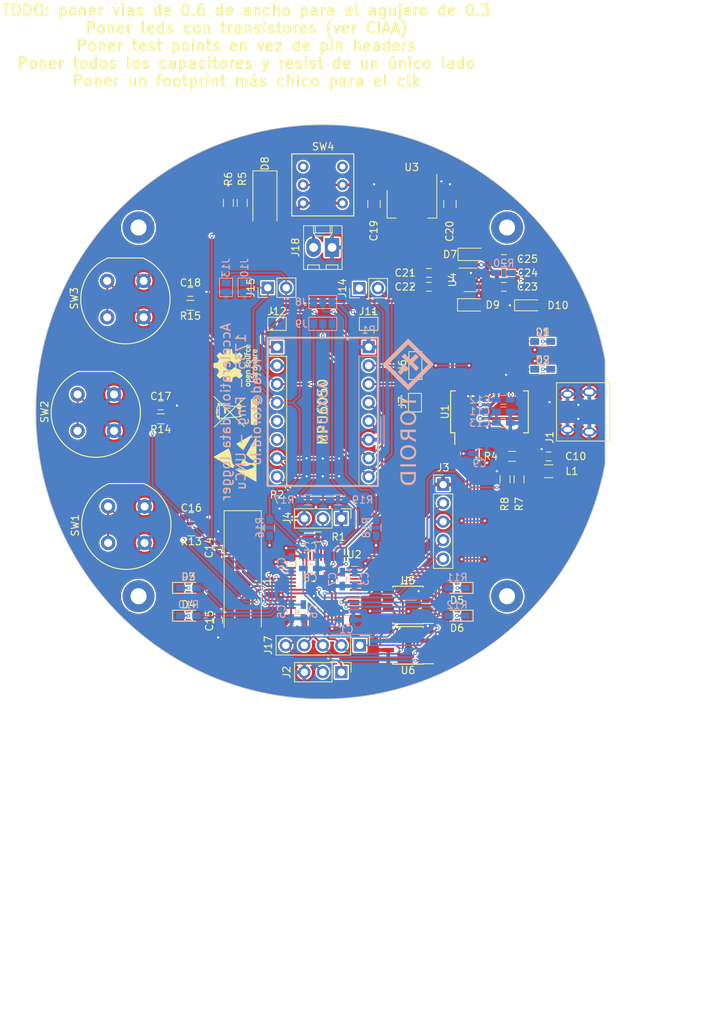
<source format=kicad_pcb>
(kicad_pcb (version 20221018) (generator pcbnew)
  (layers (0 "F.Cu" signal) (31 "B.Cu" signal) (34 "B.Paste" user) (35 "F.Paste" user) (36 "B.SilkS" user "B.Silkscreen") (37 "F.SilkS" user "F.Silkscreen") (38 "B.Mask" user) (39 "F.Mask" user) (44 "Edge.Cuts" user))
  (net 0 "")
  (net 1 "GND")
  (net 2 "+3V3")
  (net 3 "/U5V")
  (net 4 "Net-(C12-Pad1)")
  (net 5 "/RESET")
  (net 6 "/USR_BTN_1")
  (net 7 "/USR_BTN_2")
  (net 8 "/VIN")
  (net 9 "/E5V")
  (net 10 "+5V")
  (net 11 "Net-(D1-Pad1)")
  (net 12 "Net-(D1-Pad2)")
  (net 13 "Net-(D2-Pad2)")
  (net 14 "Net-(D2-Pad1)")
  (net 15 "Net-(D3-Pad1)")
  (net 16 "Net-(D4-Pad1)")
  (net 17 "Net-(D5-Pad1)")
  (net 18 "Net-(D6-Pad1)")
  (net 19 "Net-(D8-Pad2)")
  (net 20 "Net-(D10-Pad2)")
  (net 21 "Net-(J1-Pad3)")
  (net 22 "Net-(J1-Pad2)")
  (net 23 "/DEBUG_TX_uC")
  (net 24 "/DEBUG_RX_uC")
  (net 25 "/SWDIO")
  (net 26 "/SWCLK")
  (net 27 "/I2C1_SCL")
  (net 28 "/I2C2_SCL")
  (net 29 "/I2C2_SDA")
  (net 30 "/I2C1_SDA")
  (net 31 "/INT_MPU")
  (net 32 "Net-(P2-Pad6)")
  (net 33 "Net-(P2-Pad5)")
  (net 34 "/BOOT_0")
  (net 35 "Net-(R4-Pad2)")
  (net 36 "/LED_1")
  (net 37 "/LED_2")
  (net 38 "/LED_3")
  (net 39 "/LED_4")
  (net 40 "Net-(U1-Pad28)")
  (net 41 "Net-(U1-Pad27)")
  (net 42 "Net-(U1-Pad19)")
  (net 43 "Net-(U1-Pad13)")
  (net 44 "Net-(U1-Pad12)")
  (net 45 "/RTS_uC")
  (net 46 "Net-(U1-Pad10)")
  (net 47 "Net-(U1-Pad9)")
  (net 48 "Net-(U1-Pad6)")
  (net 49 "/Tx_uC")
  (net 50 "/CTS_uC")
  (net 51 "Net-(U1-Pad2)")
  (net 52 "/Rx_uC")
  (net 53 "/SPI1_MISO")
  (net 54 "/SPI1_MOSI")
  (net 55 "/SPI1_SCK")
  (net 56 "/SPI1_HOLD")
  (net 57 "/VCC_ADXL")
  (net 58 "/CS_ADXL")
  (net 59 "/INT1_ADXL")
  (net 60 "/INT2_ADXL")
  (net 61 "/SDA_ADXL")
  (net 62 "/SCL_ADXL")
  (net 63 "Net-(U2-Pad26)")
  (net 64 "Net-(SW4-Pad1)")
  (net 65 "Net-(SW4-Pad4)")
  (net 66 "/VUSB_ADC")
  (net 67 "/VBAT_ADC")
  (net 68 "Net-(J1-Pad4)")
  (net 69 "Net-(C10-Pad1)")
  (net 70 "Net-(C14-Pad1)")
  (net 71 "Net-(C15-Pad1)")
  (net 72 "Net-(C23-Pad1)")
  (net 73 "Net-(J18-Pad2)")
  (net 74 "Net-(R1-Pad1)")
  (net 75 "Net-(U2-Pad46)")
  (net 76 "Net-(U2-Pad38)")
  (net 77 "/SPI1_CS_2")
  (net 78 "Net-(U2-Pad25)")
  (net 79 "Net-(U2-Pad20)")
  (net 80 "/SPI1_CS_1")
  (net 81 "Net-(U5-Pad3)")
  (net 82 "Net-(U2-Pad45)")
  (footprint "Capacitors_SMD:C_0603_HandSoldering" (layer "F.Cu") (at 183.3753 107.7087 180)
    (fp_text reference "C10")
    (fp_text value "10nF_X7R")
  )
  (footprint "Capacitors_SMD:C_0603_HandSoldering" (layer "F.Cu") (at 138.049 120.2055 90)
    (fp_text reference "C14")
    (fp_text value "10pF")
  )
  (footprint "Capacitors_SMD:C_0603_HandSoldering" (layer "F.Cu") (at 138.049 130.2385 -90)
    (fp_text reference "C15")
    (fp_text value "10pF")
  )
  (footprint "Capacitors_SMD:C_0603_HandSoldering" (layer "F.Cu") (at 134.366 116.0145)
    (fp_text reference "C16")
    (fp_text value "100nF")
  )
  (footprint "Capacitors_SMD:C_0603_HandSoldering" (layer "F.Cu") (at 130.175 100.711)
    (fp_text reference "C17")
    (fp_text value "100nF")
  )
  (footprint "Capacitors_SMD:C_0603_HandSoldering" (layer "F.Cu") (at 134.239 85.1535)
    (fp_text reference "C18")
    (fp_text value "100nF")
  )
  (footprint "Capacitors_SMD:C_0805_HandSoldering" (layer "F.Cu") (at 159.4231 73.1266 90)
    (fp_text reference "C19")
    (fp_text value "10uF")
  )
  (footprint "Capacitors_SMD:C_0805_HandSoldering" (layer "F.Cu") (at 169.8371 73.1266 90)
    (fp_text reference "C20")
    (fp_text value "10uF")
  )
  (footprint "Capacitors_SMD:C_0603_HandSoldering" (layer "F.Cu") (at 166.9415 82.55 180)
    (fp_text reference "C21")
    (fp_text value "1uF_X5R")
  )
  (footprint "Capacitors_SMD:C_0603_HandSoldering" (layer "F.Cu") (at 166.9415 84.455 180)
    (fp_text reference "C22")
    (fp_text value "100nF")
  )
  (footprint "Capacitors_SMD:C_0603_HandSoldering" (layer "F.Cu") (at 177.2285 84.455)
    (fp_text reference "C23")
    (fp_text value "10nF_X7R")
  )
  (footprint "Capacitors_SMD:C_0603_HandSoldering" (layer "F.Cu") (at 177.226 82.55)
    (fp_text reference "C24")
    (fp_text value "1uF_X5R")
  )
  (footprint "Capacitors_SMD:C_0603_HandSoldering" (layer "F.Cu") (at 177.231 80.645)
    (fp_text reference "C25")
    (fp_text value "100nF")
  )
  (footprint "LEDs:LED_0603_HandSoldering" (layer "F.Cu") (at 182.5625 91.948)
    (fp_text reference "D1")
    (fp_text value "LED")
  )
  (footprint "LEDs:LED_0603_HandSoldering" (layer "F.Cu") (at 182.583 95.758)
    (fp_text reference "D2")
    (fp_text value "LED")
  )
  (footprint "LEDs:LED_0805_HandSoldering" (layer "F.Cu") (at 133.985 125.73)
    (fp_text reference "D3")
    (fp_text value "LED")
  )
  (footprint "LEDs:LED_0805_HandSoldering" (layer "F.Cu") (at 133.985 129.54)
    (fp_text reference "D4")
    (fp_text value "LED")
  )
  (footprint "LEDs:LED_0805_HandSoldering" (layer "F.Cu") (at 170.815 125.73 180)
    (fp_text reference "D5")
    (fp_text value "LED")
  )
  (footprint "LEDs:LED_0805_HandSoldering" (layer "F.Cu") (at 170.815 129.54 180)
    (fp_text reference "D6")
    (fp_text value "LED")
  )
  (footprint "Diodes_SMD:D_SOD-323_HandSoldering" (layer "F.Cu") (at 172.847 80.01)
    (fp_text reference "D7")
    (fp_text value "BAT60JFILM")
  )
  (footprint "Diodes_SMD:D_SMA_Handsoldering" (layer "F.Cu") (at 144.4625 72.9615 -90)
    (fp_text reference "D8")
    (fp_text value "STPS2L30A")
  )
  (footprint "Diodes_SMD:D_SOD-323_HandSoldering" (layer "F.Cu") (at 172.7835 86.9315)
    (fp_text reference "D9")
    (fp_text value "BAT60JFILM")
  )
  (footprint "LEDs:LED_0805_HandSoldering" (layer "F.Cu") (at 180.9115 86.995)
    (fp_text reference "D10")
    (fp_text value "LED")
  )
  (footprint "Pin_Headers:Pin_Header_Straight_1x05_Pitch2.54mm" (layer "F.Cu") (at 168.91 111.5695)
    (fp_text reference "J3")
    (fp_text value "SWD")
  )
  (footprint "Connectors:GS3" (layer "F.Cu") (at 165.1 95.25 180)
    (fp_text reference "J6")
    (fp_text value "GS3")
  )
  (footprint "Connectors:GS2" (layer "F.Cu") (at 165.0365 100.33 180)
    (fp_text reference "J7")
    (fp_text value "GS2")
  )
  (footprint "Connectors:GS2" (layer "F.Cu") (at 158.6865 89.535 90)
    (fp_text reference "J11")
    (fp_text value "GS2")
  )
  (footprint "Connectors:GS2" (layer "F.Cu") (at 146.1135 89.537291 -90)
    (fp_text reference "J12")
    (fp_text value "GS2")
  )
  (footprint "Inductors_SMD:L_0805_HandSoldering" (layer "F.Cu") (at 183.3753 109.7407)
    (fp_text reference "L1")
    (fp_text value "MI0805K400R-10")
  )
  (footprint "Resistors_SMD:R_0603_HandSoldering" (layer "F.Cu") (at 151.7015 118.745)
    (fp_text reference "R1")
    (fp_text value "10k")
  )
  (footprint "Resistors_SMD:R_0603_HandSoldering" (layer "F.Cu") (at 178.3715 107.696)
    (fp_text reference "R4")
    (fp_text value "10k")
  )
  (footprint "Resistors_SMD:R_0603_HandSoldering" (layer "F.Cu") (at 134.366 117.9195 180)
    (fp_text reference "R13")
    (fp_text value "100k")
  )
  (footprint "Resistors_SMD:R_0603_HandSoldering" (layer "F.Cu") (at 130.175 102.5525 180)
    (fp_text reference "R14")
    (fp_text value "100k")
  )
  (footprint "Resistors_SMD:R_0603_HandSoldering" (layer "F.Cu") (at 134.239 86.995 180)
    (fp_text reference "R15")
    (fp_text value "100k")
  )
  (footprint "Buttons_Switches_THT:Push_E-Switch_KS01Q01" (layer "F.Cu") (at 127.9525 119.5705 180)
    (fp_text reference "SW1")
    (fp_text value "SW_Push_Dual")
  )
  (footprint "Buttons_Switches_THT:Push_E-Switch_KS01Q01" (layer "F.Cu") (at 123.7615 104.2035 180)
    (fp_text reference "SW2")
    (fp_text value "SW_Push_Dual")
  )
  (footprint "Buttons_Switches_THT:Push_E-Switch_KS01Q01" (layer "F.Cu") (at 127.8255 88.646 180)
    (fp_text reference "SW3")
    (fp_text value "SW_Push_Dual")
  )
  (footprint "Housings_SSOP:SSOP-28_5.3x10.2mm_Pitch0.65mm" (layer "F.Cu") (at 175.26 101.6 90)
    (fp_text reference "U1")
    (fp_text value "FT232RL")
  )
  (footprint "TO_SOT_Packages_SMD:SOT-223" (layer "F.Cu") (at 164.6301 73.1266 -90)
    (fp_text reference "U3")
    (fp_text value "LD1117S50TR")
  )
  (footprint "TO_SOT_Packages_SMD:SOT-23-5" (layer "F.Cu") (at 172.6565 83.5025)
    (fp_text reference "U4")
    (fp_text value "LD3985M33R_SOT23")
  )
  (footprint "Crystals:Crystal_SMD_HC49-SD_HandSoldering" (layer "F.Cu") (at 141.4145 125.222 -90)
    (fp_text reference "Y1")
    (fp_text value "9C-8.000MBBK-T")
  )
  (footprint "Fiducials:Fiducial_1mm_Dia_2.54mm_Outer_CopperTop" (layer "F.Cu") (at 139.7 91.3765)
    (fp_text reference "fid1" hide)
    (fp_text value "fiducial")
  )
  (footprint "Fiducials:Fiducial_1mm_Dia_2.54mm_Outer_CopperTop" (layer "F.Cu") (at 165.1 91.44)
    (fp_text reference "fid2" hide)
    (fp_text value "fiducial")
  )
  (footprint "Fiducials:Fiducial_1mm_Dia_2.54mm_Outer_CopperTop" (layer "F.Cu") (at 165.1 111.76)
    (fp_text reference "fid3" hide)
    (fp_text value "fiducial")
  )
  (footprint "Fiducials:Fiducial_1mm_Dia_2.54mm_Outer_CopperTop" (layer "F.Cu") (at 139.7 111.76)
    (fp_text reference "fid4" hide)
    (fp_text value "fiducial")
  )
  (footprint "Pin_Headers:Pin_Header_Straight_1x03_Pitch2.54mm" (layer "F.Cu") (at 154.94 116.205 -90)
    (fp_text reference "J4")
    (fp_text value "BOOT_JMP")
  )
  (footprint "Pin_Headers:Pin_Header_Straight_1x02_Pitch2.54mm" (layer "F.Cu") (at 157.4165 84.6455 90)
    (fp_text reference "J14")
    (fp_text value "ANALIZER_ADXL")
  )
  (footprint "Pin_Headers:Pin_Header_Straight_1x02_Pitch2.54mm" (layer "F.Cu") (at 144.8435 84.582 90)
    (fp_text reference "J15")
    (fp_text value "ANALIZER_MPU")
  )
  (footprint "TOROID:Pushbutton-MHPS2283-DPDT" (layer "F.Cu") (at 152.4 70.485)
    (fp_text reference "SW4")
    (fp_text value "SW_DPDT_x2")
  )
  (footprint "Resistors_SMD:R_0603_HandSoldering" (layer "F.Cu") (at 139.446 72.9615 90)
    (fp_text reference "R6")
    (fp_text value "10k")
  )
  (footprint "Resistors_SMD:R_0603_HandSoldering" (layer "F.Cu") (at 141.351 72.9615 -90)
    (fp_text reference "R5")
    (fp_text value "47k")
  )
  (footprint "Resistors_SMD:R_0603_HandSoldering" (layer "F.Cu") (at 177.3936 110.8456 90)
    (fp_text reference "R8")
    (fp_text value "47k")
  )
  (footprint "Resistors_SMD:R_0603_HandSoldering" (layer "F.Cu") (at 179.324 110.8456 -90)
    (fp_text reference "R7")
    (fp_text value "39k")
  )
  (footprint "Connectors:USB_Micro-B_10103594-0001LF" (layer "F.Cu") (at 187.579 101.6 90)
    (fp_text reference "J1")
    (fp_text value "USB_OTG")
  )
  (footprint "Connectors_Molex:Molex_KK-6410-02_02x2.54mm_Straight" (layer "F.Cu") (at 153.67 79.0575 180)
    (fp_text reference "J18")
    (fp_text value "BAT")
  )
  (footprint "Housings_QFP:LQFP-48_7x7mm_Pitch0.5mm" (layer "F.Cu") (at 152.4 125.73)
    (fp_text reference "U2")
    (fp_text value "STM32F072CBTx")
  )
  (footprint "Pin_Headers:Pin_Header_Straight_1x05_Pitch2.54mm" (layer "F.Cu") (at 157.48 133.604 -90)
    (fp_text reference "J17")
    (fp_text value "SPI_ANALYZER")
  )
  (footprint "Pin_Headers:Pin_Header_Straight_1x03_Pitch2.54mm" (layer "F.Cu") (at 154.94 137.287 -90)
    (fp_text reference "J2")
    (fp_text value "DEBUG")
  )
  (footprint "Socket_Strips:Socket_Strip_Straight_1x08_Pitch2.54mm" (layer "F.Cu") (at 146.1135 92.71)
    (fp_text reference "P2")
    (fp_text value "MPU_6050")
  )
  (footprint "Mounting_Holes:MountingHole_2.2mm_M2_Pad" (layer "F.Cu") (at 177.673 76.327)
    (fp_text reference "MNT2" hide)
    (fp_text value "MountHole")
  )
  (footprint "Mounting_Holes:MountingHole_2.2mm_M2_Pad" (layer "F.Cu") (at 127.127 76.327)
    (fp_text reference "MNT1" hide)
    (fp_text value "MountHole")
  )
  (footprint "Mounting_Holes:MountingHole_2.2mm_M2_Pad" (layer "F.Cu") (at 127.127 126.873)
    (fp_text reference "MNT4" hide)
    (fp_text value "MountHole")
  )
  (footprint "Mounting_Holes:MountingHole_2.2mm_M2_Pad" (layer "F.Cu") (at 177.673 126.873)
    (fp_text reference "MNT3" hide)
    (fp_text value "MountHole")
  )
  (footprint "Housings_SOIC:SOIC-8_3.9x4.9mm_Pitch1.27mm" (layer "F.Cu") (at 164.084 133.604 180)
    (fp_text reference "U6")
    (fp_text value "25LC_EEPROM")
  )
  (footprint "Housings_SOIC:SOIC-8_3.9x4.9mm_Pitch1.27mm" (layer "F.Cu") (at 164.084 128.0795 180)
    (fp_text reference "U5")
    (fp_text value "23LCRAM")
  )
  (footprint "Symbols:OSHW-Logo_5.7x6mm_SilkScreen" (layer "F.Cu") (at 140.4112 95.25 90)
    (fp_text reference "REF***" hide)
    (fp_text value "OSHW-Logo_5.7x6mm_SilkScreen" hide)
  )
  (footprint "Symbols:ESD-Logo_6.6x6mm_SilkScreen" (layer "F.Cu") (at 140.335 107.95 90)
    (fp_text reference "REF***" hide)
    (fp_text value "ESD-Logo_6.6x6mm_SilkScreen" hide)
  )
  (footprint "Symbols:WEEE-Logo_4.2x6mm_SilkScreen" (layer "F.Cu") (at 140.3858 101.6 90)
    (fp_text reference "REF***" hide)
    (fp_text value "WEEE-Logo_4.2x6mm_SilkScreen" hide)
  )
  (footprint "Capacitors_SMD:C_0603_HandSoldering" (layer "B.Cu") (at 155.6385 130.1115)
    (fp_text reference "C1")
    (fp_text value "100nF")
  )
  (footprint "Capacitors_SMD:C_0603_HandSoldering" (layer "B.Cu") (at 150.6855 121.3485)
    (fp_text reference "C2")
    (fp_text value "100nF")
  )
  (footprint "Capacitors_SMD:C_0603_HandSoldering" (layer "B.Cu") (at 156.7815 124.5235 -90)
    (fp_text reference "C3")
    (fp_text value "100nF")
  )
  (footprint "Capacitors_SMD:C_0603_HandSoldering" (layer "B.Cu") (at 173.9265 107.315)
    (fp_text reference "C9")
    (fp_text value "100nF")
  )
  (footprint "Capacitors_SMD:C_0603_HandSoldering" (layer "B.Cu") (at 177.165 101.5365)
    (fp_text reference "C11")
    (fp_text value "100nF")
  )
  (footprint "Capacitors_SMD:C_0603_HandSoldering" (layer "B.Cu") (at 177.165 99.949 180)
    (fp_text reference "C12")
    (fp_text value "100nF")
  )
  (footprint "Connectors:GS3" (layer "B.Cu") (at 152.4 86.5505 -90)
    (fp_text reference "J8")
    (fp_text value "GS3")
  )
  (footprint "Connectors:GS3" (layer "B.Cu") (at 152.4 89.535 -90)
    (fp_text reference "J9")
    (fp_text value "GS3")
  )
  (footprint "Connectors:GS2" (layer "B.Cu") (at 141.666899 84.540425 180)
    (fp_text reference "J10")
    (fp_text value "GS2")
  )
  (footprint "Connectors:GS2" (layer "B.Cu") (at 139.126899 84.540425 180)
    (fp_text reference "J13")
    (fp_text value "GS2")
  )
  (footprint "Resistors_SMD:R_0603_HandSoldering" (layer "B.Cu") (at 182.5625 91.948)
    (fp_text reference "R2")
    (fp_text value "1k1")
  )
  (footprint "Resistors_SMD:R_0603_HandSoldering" (layer "B.Cu") (at 182.5625 95.758)
    (fp_text reference "R3")
    (fp_text value "1k1")
  )
  (footprint "Resistors_SMD:R_0603_HandSoldering" (layer "B.Cu") (at 133.985 125.73)
    (fp_text reference "R9")
    (fp_text value "1k1")
  )
  (footprint "Resistors_SMD:R_0603_HandSoldering" (layer "B.Cu") (at 133.985 129.54)
    (fp_text reference "R10")
    (fp_text value "1k1")
  )
  (footprint "Resistors_SMD:R_0603_HandSoldering" (layer "B.Cu") (at 170.815 125.73 180)
    (fp_text reference "R11")
    (fp_text value "1k1")
  )
  (footprint "Resistors_SMD:R_0603_HandSoldering" (layer "B.Cu") (at 170.815 129.54 180)
    (fp_text reference "R12")
    (fp_text value "1k1")
  )
  (footprint "Resistors_SMD:R_0603_HandSoldering" (layer "B.Cu") (at 145.0975 117.475 -90)
    (fp_text reference "R16")
    (fp_text value "2k2")
  )
  (footprint "Resistors_SMD:R_0603_HandSoldering" (layer "B.Cu") (at 150.368 113.665)
    (fp_text reference "R17")
    (fp_text value "2k2")
  )
  (footprint "Resistors_SMD:R_0603_HandSoldering" (layer "B.Cu") (at 159.7025 117.475 -90)
    (fp_text reference "R18")
    (fp_text value "2k2")
  )
  (footprint "Resistors_SMD:R_0603_HandSoldering" (layer "B.Cu") (at 154.4955 113.665 180)
    (fp_text reference "R19")
    (fp_text value "2k2")
  )
  (footprint "Resistors_SMD:R_0603_HandSoldering" (layer "B.Cu") (at 177.2285 82.55)
    (fp_text reference "R20")
    (fp_text value "1k1")
  )
  (footprint "Capacitors_SMD:C_0603_HandSoldering" (layer "B.Cu") (at 177.165 103.124)
    (fp_text reference "C13")
    (fp_text value "4.7uF")
  )
  (footprint "Capacitors_SMD:C_0603_HandSoldering" (layer "B.Cu") (at 148.082 128.9685 -90)
    (fp_text reference "C5")
    (fp_text value "10nF_X7R")
  )
  (footprint "Capacitors_SMD:C_0603_HandSoldering" (layer "B.Cu") (at 149.733 128.9685 -90)
    (fp_text reference "C6")
    (fp_text value "1uF_X5R")
  )
  (footprint "Capacitors_SMD:C_0603_HandSoldering" (layer "B.Cu") (at 155.067 124.5235 -90)
    (fp_text reference "C7")
    (fp_text value "4.7uF")
  )
  (footprint "Capacitors_SMD:C_0603_HandSoldering" (layer "B.Cu") (at 150.6855 123.063)
    (fp_text reference "C8")
    (fp_text value "4.7uF")
  )
  (footprint "Capacitors_SMD:C_0603_HandSoldering" (layer "B.Cu") (at 148.082 122.494 90)
    (fp_text reference "C4")
    (fp_text value "100nF")
  )
  (footprint "Socket_Strips:Socket_Strip_Straight_1x08_Pitch2.54mm" (layer "B.Cu") (at 158.6865 92.71 180)
    (fp_text reference "P1")
    (fp_text value "ADXL345")
  )
  (footprint "TOROID:Logo_and_Name_20mm_FSilk" (layer "B.Cu") (at 164.1094 101.6 -90)
    (fp_text reference "G***" hide)
    (fp_text value "TOROID" hide)
  )
  (gr_line (start 144.8435 91.44) (end 144.8435 91.44) (stroke (width 0.25)) (layer "B.SilkS"))
  (gr_line (start 144.8435 111.76) (end 144.8435 91.44) (stroke (width 0.25)) (layer "B.SilkS"))
  (gr_line (start 159.9565 111.76) (end 144.8435 111.76) (stroke (width 0.25)) (layer "B.SilkS"))
  (gr_line (start 144.8435 91.44) (end 159.9565 91.44) (stroke (width 0.25)) (layer "B.SilkS"))
  (gr_line (start 159.9565 91.44) (end 159.9565 111.76) (stroke (width 0.25)) (layer "B.SilkS"))
  (gr_line (start 144.8435 111.76) (end 144.8435 91.44) (stroke (width 0.25)) (layer "F.SilkS"))
  (gr_line (start 144.8435 91.44) (end 159.9565 91.44) (stroke (width 0.25)) (layer "F.SilkS"))
  (gr_line (start 159.9565 91.44) (end 159.9565 111.76) (stroke (width 0.25)) (layer "F.SilkS"))
  (gr_line (start 159.9565 111.76) (end 144.907 111.76) (stroke (width 0.25)) (layer "F.SilkS"))
  (gr_arc (start 191.134999 108.648501) (mid 113.028925 101.599999) (end 191.134999 94.551501) (stroke (width 0.1)) (layer "Edge.Cuts"))
  (gr_line (start 191.135 94.5515) (end 191.135 108.6485) (stroke (width 0.1)) (layer "Edge.Cuts"))
  (gr_text "ADXL345" (at 152.4 101.6 90) (layer "B.SilkS") (effects (font (size 1.3 1.3) (thickness 0.2)) (justify mirror)))
  (gr_text "Acceleration data logger\n1735 - FIng - UNCu\nfclad@toroid.io" (at 141.1732 101.6 90) (layer "B.SilkS") (effects (font (size 1.3 1.3) (thickness 0.2)) (justify mirror)))
  (gr_text "MPU6050" (at 152.4 101.6 90) (layer "F.SilkS") (effects (font (size 1.3 1.3) (thickness 0.2))))
  (gr_text "TODO: poner vias de 0.6 de ancho para el agujero de 0.3\nPoner leds con transistores (ver CIAA)\nPoner test points en vez de pin headers\nPoner todos los capacitores y resist de un único lado\nPoner un footprint más chico para el clk" (at 141.9225 51.3715) (layer "F.SilkS") (effects (font (size 1.5 1.5) (thickness 0.3))))
  (segment (start 165.1635 127.127) (end 163.957 127.127) (width 0.25) (layer "F.Cu") (net 0))
  (segment (start 152.3492 107.95) (end 152.4 108.0008) (width 0.25) (layer "F.Cu") (net 1))
  (segment (start 145.4735 88.016002) (end 145.4785 88.011002) (width 0.25) (layer "F.Cu") (net 1))
  (segment (start 172.72 82.868198) (end 172.72 82.55) (width 0.25) (layer "F.Cu") (net 1))
  (segment (start 146.1135 107.95) (end 147.315581 107.95) (width 0.25) (layer "F.Cu") (net 1))
  (segment (start 175.585 98) (end 175.585 99.3065) (width 0.25) (layer "F.Cu") (net 1))
  (segment (start 171.5565 83.5025) (end 170.307 83.5025) (width 0.25) (layer "F.Cu") (net 1))
  (segment (start 183.5485 100.3) (end 183.515 100.2665) (width 0.25) (layer "F.Cu") (net 1))
  (segment (start 147.315581 107.95) (end 150.1648 107.95) (width 0.25) (layer "F.Cu") (net 1))
  (segment (start 172.335 96.7145) (end 172.6565 96.393) (width 0.25) (layer "F.Cu") (net 1))
  (segment (start 167.809 131.699) (end 168.148 132.038) (width 0.25) (layer "F.Cu") (net 1))
  (segment (start 172.3365 83.5025) (end 172.72 83.119) (width 0.25) (layer "F.Cu") (net 1))
  (segment (start 148.59 110.4265) (end 150.1775 110.4265) (width 0.25) (layer "F.Cu") (net 1))
  (segment (start 165.9915 84.455) (end 164.6555 84.455) (width 0.25) (layer "F.Cu") (net 1))
  (segment (start 152.4 108.0008) (end 154.635199 108.0008) (width 0.25) (layer "F.Cu") (net 1))
  (segment (start 172.72 83.119) (end 172.72 82.868198) (width 0.25) (layer "F.Cu") (net 1))
  (segment (start 165.9915 82.55) (end 164.6555 82.55) (width 0.25) (layer "F.Cu") (net 1))
  (segment (start 156.75 123.48) (end 155.0056 123.48) (width 0.25) (layer "F.Cu") (net 1))
  (segment (start 138.049 119.2555) (end 138.049 117.983) (width 0.25) (layer "F.Cu") (net 1))
  (segment (start 149.86 116.205) (end 147.8026 116.205) (width 0.25) (layer "F.Cu") (net 1))
  (segment (start 175.167499 99.724001) (end 174.9425 99.949) (width 0.25) (layer "F.Cu") (net 1))
  (segment (start 159.4231 71.8766) (end 159.4231 70.4215) (width 0.25) (layer "F.Cu") (net 1))
  (segment (start 172.985 96.7215) (end 172.985 98) (width 0.25) (layer "F.Cu") (net 1))
  (segment (start 177.3936 109.7456) (end 176.2936 109.7456) (width 0.25) (layer "F.Cu") (net 1))
  (segment (start 166.9301 69.9766) (end 168.6429 69.9766) (width 0.25) (layer "F.Cu") (net 1))
  (segment (start 166.784 130.954802) (end 166.801802 130.937) (width 0.25) (layer "F.Cu") (net 1))
  (segment (start 168.148 132.038) (end 168.148 132.0546) (width 0.25) (layer "F.Cu") (net 1))
  (segment (start 171.5565 83.5025) (end 172.3365 83.5025) (width 0.25) (layer "F.Cu") (net 1))
  (segment (start 175.585 99.3065) (end 175.167499 99.724001) (width 0.25) (layer "F.Cu") (net 1))
  (segment (start 188.8255 100.2665) (end 189.199 100.64) (width 0.25) (layer "F.Cu") (net 1))
  (segment (start 136.4361 85.1535) (end 136.4488 85.1408) (width 0.25) (layer "F.Cu") (net 1))
  (segment (start 135.189 85.1535) (end 136.4361 85.1535) (width 0.25) (layer "F.Cu") (net 1))
  (segment (start 187.452002 100.598002) (end 187.452002 100.6348) (width 0.25) (layer "F.Cu") (net 1))
  (segment (start 182.4253 107.7087) (end 182.4253 106.6952) (width 0.25) (layer "F.Cu") (net 1))
  (segment (start 150.930801 126.597601) (end 151.1808 126.8476) (width 0.25) (layer "F.Cu") (net 1))
  (segment (start 138.078 119.5385) (end 138.049 119.5095) (width 0.25) (layer "F.Cu") (net 1))
  (segment (start 166.784 131.699) (end 166.784 130.954802) (width 0.25) (layer "F.Cu") (net 1))
  (segment (start 186.079 100.3) (end 186.1125 100.2665) (width 0.25) (layer "F.Cu") (net 1))
  (segment (start 166.784 131.699) (end 167.809 131.699) (width 0.25) (layer "F.Cu") (net 1))
  (segment (start 187.4572 102.56) (end 187.452 102.5652) (width 0.25) (layer "F.Cu") (net 1))
  (segment (start 153.919999 124.565601) (end 153.67 124.8156) (width 0.25) (layer "F.Cu") (net 1))
  (segment (start 159.3265 87.9525) (end 159.3215 87.9475) (width 0.25) (layer "F.Cu") (net 1))
  (segment (start 172.335 98) (end 172.335 96.7145) (width 0.25) (layer "F.Cu") (net 1))
  (segment (start 172.985 99.43) (end 172.974 99.441) (width 0.25) (layer "F.Cu") (net 1))
  (segment (start 177.535 98) (end 177.535 96.531) (width 0.25) (layer "F.Cu") (net 1))
  (segment (start 150.15 123.784798) (end 150.930801 124.565599) (width 0.25) (layer "F.Cu") (net 1))
  (segment (start 138.049 131.1885) (end 138.049 132.5245) (width 0.25) (layer "F.Cu") (net 1))
  (segment (start 146.681399 115.083799) (end 146.4564 114.8588) (width 0.25) (layer "F.Cu") (net 1))
  (segment (start 178.1785 84.455) (end 179.577998 84.455) (width 0.25) (layer "F.Cu") (net 1))
  (segment (start 139.446 71.8615) (end 139.446 70.5485) (width 0.25) (layer "F.Cu") (net 1))
  (segment (start 177.535 96.531) (end 177.546 96.52) (width 0.25) (layer "F.Cu") (net 1))
  (segment (start 168.6429 69.9766) (end 168.6687 70.0024) (width 0.25) (layer "F.Cu") (net 1))
  (segment (start 150.1648 107.95) (end 152.3492 107.95) (width 0.25) (layer "F.Cu") (net 1))
  (segment (start 154.664601 129.104199) (end 154.9146 128.8542) (width 0.25) (layer "F.Cu") (net 1))
  (segment (start 132.3594 100.711) (end 132.3848 100.7364) (width 0.25) (layer "F.Cu") (net 1))
  (segment (start 189.199 100.64) (end 187.457202 100.64) (width 0.25) (layer "F.Cu") (net 1))
  (segment (start 165.9915 82.55) (end 165.9915 84.455) (width 0.25) (layer "F.Cu") (net 1))
  (segment (start 172.335 98) (end 172.335 99.437) (width 0.25) (layer "F.Cu") (net 1))
  (segment (start 147.8026 116.205) (end 146.681399 115.083799) (width 0.25) (layer "F.Cu") (net 1))
  (segment (start 135.316 116.0145) (end 136.5377 116.0145) (width 0.25) (layer "F.Cu") (net 1))
  (segment (start 154.65 130.08) (end 154.65 129.1188) (width 0.25) (layer "F.Cu") (net 1))
  (segment (start 159.4231 70.4215) (end 159.4358 70.4088) (width 0.25) (layer "F.Cu") (net 1))
  (segment (start 136.5377 116.0145) (end 136.5504 116.0272) (width 0.25) (layer "F.Cu") (net 1))
  (segment (start 172.335 99.437) (end 172.339 99.441) (width 0.25) (layer "F.Cu") (net 1))
  (segment (start 179.5615 86.995) (end 178.054 86.995) (width 0.25) (layer "F.Cu") (net 1))
  (segment (start 179.577998 84.455) (end 179.578 84.455002) (width 0.25) (layer "F.Cu") (net 1))
  (segment (start 131.125 100.711) (end 132.3594 100.711) (width 0.25) (layer "F.Cu") (net 1))
  (segment (start 150.1775 110.4265) (end 152.4 110.4265) (width 0.25) (layer "F.Cu") (net 1))
  (segment (start 146.1135 107.95) (end 148.59 110.4265) (width 0.25) (layer "F.Cu") (net 1))
  (segment (start 145.4735 89.537291) (end 145.4735 88.016002) (width 0.25) (layer "F.Cu") (net 1))
  (segment (start 187.154 100.3) (end 187.452002 100.598002) (width 0.25) (layer "F.Cu") (net 1))
  (segment (start 186.079 100.3) (end 183.5485 100.3) (width 0.25) (layer "F.Cu") (net 1))
  (segment (start 186.079 100.3) (end 187.154 100.3) (width 0.25) (layer "F.Cu") (net 1))
  (segment (start 182.4253 106.6952) (end 182.4228 106.6927) (width 0.25) (layer "F.Cu") (net 1))
  (segment (start 172.6565 96.393) (end 172.985 96.7215) (width 0.25) (layer "F.Cu") (net 1))
  (segment (start 166.784 131.699) (end 166.3065 131.699) (width 0.25) (layer "F.Cu") (net 1))
  (segment (start 154.6225 110.4265) (end 152.4 110.4265) (width 0.25) (layer "F.Cu") (net 1))
  (segment (start 174.935 103.794766) (end 174.965355 103.764411) (width 0.25) (layer "F.Cu") (net 1))
  (segment (start 166.784 126.1745) (end 165.5445 126.1745) (width 0.25) (layer "F.Cu") (net 1))
  (segment (start 155.0056 123.48) (end 153.919999 124.565601) (width 0.25) (layer "F.Cu") (net 1))
  (segment (start 178.181 80.645) (end 179.578 80.645) (width 0.25) (layer "F.Cu") (net 1))
  (segment (start 150.8132 126.48) (end 150.930801 126.597601) (width 0.25) (layer "F.Cu") (net 1))
  (segment (start 148.05 126.48) (end 150.8132 126.48) (width 0.25) (layer "F.Cu") (net 1))
  (segment (start 172.985 98) (end 172.985 99.43) (width 0.25) (layer "F.Cu") (net 1))
  (segment (start 150.15 121.38) (end 150.15 123.784798) (width 0.25) (layer "F.Cu") (net 1))
  (segment (start 154.65 129.1188) (end 154.664601 129.104199) (width 0.25) (layer "F.Cu") (net 1))
  (segment (start 189.199 102.56) (end 189.199 100.64) (width 0.25) (layer "F.Cu") (net 1))
  (segment (start 159.3265 89.535) (end 159.3265 87.9525) (width 0.25) (layer "F.Cu") (net 1))
  (segment (start 178.176 82.55) (end 179.578 82.55) (width 0.25) (layer "F.Cu") (net 1))
  (segment (start 176.2936 109.7456) (end 176.276 109.728) (width 0.25) (layer "F.Cu") (net 1))
  (segment (start 150.930801 124.565599) (end 151.1808 124.815598) (width 0.25) (layer "F.Cu") (net 1))
  (segment (start 174.935 105.2) (end 174.935 103.794766) (width 0.25) (layer "F.Cu") (net 1))
  (segment (start 189.199 102.56) (end 187.4572 102.56) (width 0.25) (layer "F.Cu") (net 1))
  (segment (start 169.8371 71.8766) (end 169.8371 70.3961) (width 0.25) (layer "F.Cu") (net 1))
  (segment (start 187.457202 100.64) (end 187.452002 100.6348) (width 0.25) (layer "F.Cu") (net 1))
  (via (at 187.452002 100.6348) (size 0.5) (drill 0.3) (layers "F.Cu" "B.Cu") (net 1))
  (via (at 168.148 132.0546) (size 0.5) (drill 0.3) (layers "F.Cu" "B.Cu") (net 1))
  (via (at 164.6555 84.455) (size 0.5) (drill 0.3) (layers "F.Cu" "B.Cu") (net 1))
  (via (at 150.1648 107.95) (size 0.5) (drill 0.3) (layers "F.Cu" "B.Cu") (net 1))
  (via (at 159.3215 87.9475) (size 0.5) (drill 0.3) (layers "F.Cu" "B.Cu") (net 1))
  (via (at 172.72 82.55) (size 0.5) (drill 0.3) (layers "F.Cu" "B.Cu") (net 1))
  (via (at 168.6687 70.0024) (size 0.5) (drill 0.3) (layers "F.Cu" "B.Cu") (net 1))
  (via (at 159.4358 70.4088) (size 0.5) (drill 0.3) (layers "F.Cu" "B.Cu") (net 1))
  (via (at 172.974 99.441) (size 0.5) (drill 0.3) (layers "F.Cu" "B.Cu") (net 1))
  (via (at 164.6555 82.55) (size 0.5) (drill 0.3) (layers "F.Cu" "B.Cu") (net 1))
  (via (at 152.4 108.0008) (size 0.5) (drill 0.3) (layers "F.Cu" "B.Cu") (net 1))
  (via (at 178.054 86.995) (size 0.5) (drill 0.3) (layers "F.Cu" "B.Cu") (net 1))
  (via (at 154.635199 108.0008) (size 0.5) (drill 0.3) (layers "F.Cu" "B.Cu") (net 1))
  (via (at 183.515 100.2665) (size 0.5) (drill 0.3) (layers "F.Cu" "B.Cu") (net 1))
  (via (at 170.307 83.5025) (size 0.5) (drill 0.3) (layers "F.Cu" "B.Cu") (net 1))
  (via (at 172.339 99.441) (size 0.5) (drill 0.3) (layers "F.Cu" "B.Cu") (net 1))
  (via (at 166.801802 130.937) (size 0.5) (drill 0.3) (layers "F.Cu" "B.Cu") (net 1))
  (via (at 154.9146 128.8542) (size 0.5) (drill 0.3) (layers "F.Cu" "B.Cu") (net 1))
  (via (at 151.1808 124.815598) (size 0.5) (drill 0.3) (layers "F.Cu" "B.Cu") (net 1))
  (via (at 179.578 80.645) (size 0.5) (drill 0.3) (layers "F.Cu" "B.Cu") (net 1))
  (via (at 146.4564 114.8588) (size 0.5) (drill 0.3) (layers "F.Cu" "B.Cu") (net 1))
  (via (at 179.578 82.55) (size 0.5) (drill 0.3) (layers "F.Cu" "B.Cu") (net 1))
  (via (at 138.049 117.983) (size 0.5) (drill 0.3) (layers "F.Cu" "B.Cu") (net 1))
  (via (at 150.1775 110.4265) (size 0.5) (drill 0.3) (layers "F.Cu" "B.Cu") (net 1))
  (via (at 136.4488 85.1408) (size 0.5) (drill 0.3) (layers "F.Cu" "B.Cu") (net 1))
  (via (at 154.6225 110.4265) (size 0.5) (drill 0.3) (layers "F.Cu" "B.Cu") (net 1))
  (via (at 176.276 109.728) (size 0.5) (drill 0.3) (layers "F.Cu" "B.Cu") (net 1))
  (via (at 153.67 124.8156) (size 0.5) (drill 0.3) (layers "F.Cu" "B.Cu") (net 1))
  (via (at 187.452 102.5652) (size 0.5) (drill 0.3) (layers "F.Cu" "B.Cu") (net 1))
  (via (at 174.9425 99.949) (size 0.5) (drill 0.3) (layers "F.Cu" "B.Cu") (net 1))
  (via (at 145.4785 88.011002) (size 0.5) (drill 0.3) (layers "F.Cu" "B.Cu") (net 1))
  (via (at 152.4 110.4265) (size 0.5) (drill 0.3) (layers "F.Cu" "B.Cu") (net 1))
  (via (at 138.049 132.5245) (size 0.5) (drill 0.3) (layers "F.Cu" "B.Cu") (net 1))
  (via (at 174.965355 103.764411) (size 0.5) (drill 0.3) (layers "F.Cu" "B.Cu") (net 1))
  (via (at 139.446 70.5485) (size 0.5) (drill 0.3) (layers "F.Cu" "B.Cu") (net 1))
  (via (at 136.5504 116.0272) (size 0.5) (drill 0.3) (layers "F.Cu" "B.Cu") (net 1))
  (via (at 179.578 84.455002) (size 0.5) (drill 0.3) (layers "F.Cu" "B.Cu") (net 1))
  (via (at 151.1808 126.8476) (size 0.5) (drill 0.3) (layers "F.Cu" "B.Cu") (net 1))
  (via (at 132.3848 100.7364) (size 0.5) (drill 0.3) (layers "F.Cu" "B.Cu") (net 1))
  (via (at 177.546 96.52) (size 0.5) (drill 0.3) (layers "F.Cu" "B.Cu") (net 1))
  (via (at 169.8371 70.3961) (size 0.5) (drill 0.3) (layers "F.Cu" "B.Cu") (net 1))
  (via (at 165.5445 126.1745) (size 0.5) (drill 0.3) (layers "F.Cu" "B.Cu") (net 1))
  (via (at 182.4228 106.6927) (size 0.5) (drill 0.3) (layers "F.Cu" "B.Cu") (net 1))
  (segment (start 146.9444 126.98) (end 146.909599 126.945199) (width 0.25) (layer "F.Cu") (net 2))
  (segment (start 158.242 122.3772) (end 157.6392 122.98) (width 0.25) (layer "F.Cu") (net 2))
  (segment (start 157.6392 122.98) (end 156.75 122.98) (width 0.25) (layer "F.Cu") (net 2))
  (segment (start 154.812 131.318) (end 153.988198 131.318) (width 0.25) (layer "F.Cu") (net 2))
  (segment (start 155.15 130.98) (end 154.812 131.318) (width 0.25) (layer "F.Cu") (net 2))
  (segment (start 172.593 107.315) (end 172.985 106.923) (width 0.25) (layer "F.Cu") (net 2))
  (segment (start 173.7565 83.4595) (end 173.7995 83.5025) (width 0.25) (layer "F.Cu") (net 2))
  (segment (start 148.4945 121.38) (end 147.3835 120.269) (width 0.25) (layer "F.Cu") (net 2))
  (segment (start 171.704 107.315) (end 172.593 107.315) (width 0.25) (layer "F.Cu") (net 2))
  (segment (start 146.909599 126.945199) (end 146.6596 126.6952) (width 0.25) (layer "F.Cu") (net 2))
  (segment (start 149.65 121.38) (end 148.4945 121.38) (width 0.25) (layer "F.Cu") (net 2))
  (segment (start 146.719 122.174) (end 146.2666 122.174) (width 0.25) (layer "F.Cu") (net 2))
  (segment (start 155.15 130.98) (end 155.15 130.08) (width 0.25) (layer "F.Cu") (net 2))
  (segment (start 148.05 126.98) (end 146.9444 126.98) (width 0.25) (layer "F.Cu") (net 2))
  (segment (start 173.7565 82.5525) (end 173.7565 83.4595) (width 0.25) (layer "F.Cu") (net 2))
  (segment (start 146.2666 122.174) (end 145.948402 122.174) (width 0.25) (layer "F.Cu") (net 2))
  (segment (start 153.988198 131.318) (end 153.67 131.318) (width 0.25) (layer "F.Cu") (net 2))
  (segment (start 172.985 106.923) (end 172.985 105.2) (width 0.25) (layer "F.Cu") (net 2))
  (segment (start 148.05 122.98) (end 147.525 122.98) (width 0.25) (layer "F.Cu") (net 2))
  (segment (start 155.15 130.98) (end 154.85401 131.27599) (width 0.25) (layer "F.Cu") (net 2))
  (segment (start 147.525 122.98) (end 146.719 122.174) (width 0.25) (layer "F.Cu") (net 2))
  (via (at 174.625 121.793) (size 0.5) (drill 0.3) (layers "F.Cu" "B.Cu") (net 2))
  (via (at 181.483 93.091002) (size 0.5) (drill 0.3) (layers "F.Cu" "B.Cu") (net 2))
  (via (at 171.45 116.5225) (size 0.5) (drill 0.3) (layers "F.Cu" "B.Cu") (net 2))
  (via (at 164.160198 128.9558) (size 0.5) (drill 0.3) (layers "F.Cu" "B.Cu") (net 2))
  (via (at 146.6596 126.6952) (size 0.5) (drill 0.3) (layers "F.Cu" "B.Cu") (net 2))
  (via (at 167.894 95.25) (size 0.5) (drill 0.3) (layers "F.Cu" "B.Cu") (net 2))
  (via (at 145.0975 119.888) (size 0.5) (drill 0.3) (layers "F.Cu" "B.Cu") (net 2))
  (via (at 153.3906 114.6556) (size 0.5) (drill 0.3) (layers "F.Cu" "B.Cu") (net 2))
  (via (at 153.67 131.318) (size 0.5) (drill 0.3) (layers "F.Cu" "B.Cu") (net 2))
  (via (at 181.483 94.615) (size 0.5) (drill 0.3) (layers "F.Cu" "B.Cu") (net 2))
  (via (at 147.3835 120.269) (size 0.5) (drill 0.3) (layers "F.Cu" "B.Cu") (net 2))
  (via (at 158.242 122.3772) (size 0.5) (drill 0.3) (layers "F.Cu" "B.Cu") (net 2))
  (via (at 173.7995 83.5025) (size 0.5) (drill 0.3) (layers "F.Cu" "B.Cu") (net 2))
  (via (at 174.9425 108.585) (size 0.5) (drill 0.3) (layers "F.Cu" "B.Cu") (net 2))
  (via (at 174.625 116.5225) (size 0.5) (drill 0.3) (layers "F.Cu" "B.Cu") (net 2))
  (via (at 159.7025 119.888) (size 0.5) (drill 0.3) (layers "F.Cu" "B.Cu") (net 2))
  (via (at 145.948402 122.174) (size 0.5) (drill 0.3) (layers "F.Cu" "B.Cu") (net 2))
  (via (at 173.7995 85.6615) (size 0.5) (drill 0.3) (layers "F.Cu" "B.Cu") (net 2))
  (via (at 158.877 128.905) (size 0.5) (drill 0.3) (layers "F.Cu" "B.Cu") (net 2))
  (via (at 151.4602 114.655598) (size 0.5) (drill 0.3) (layers "F.Cu" "B.Cu") (net 2))
  (via (at 171.704 107.315) (size 0.5) (drill 0.3) (layers "F.Cu" "B.Cu") (net 2))
  (via (at 172.466 95.25) (size 0.5) (drill 0.3) (layers "F.Cu" "B.Cu") (net 2))
  (via (at 171.45 121.793) (size 0.5) (drill 0.3) (layers "F.Cu" "B.Cu") (net 2))
  (segment (start 158.877 128.905) (end 164.109398 128.905) (width 0.25) (layer "B.Cu") (net 2))
  (segment (start 145.0975 118.575) (end 145.0975 119.888) (width 0.25) (layer "B.Cu") (net 2))
  (segment (start 171.45 116.5225) (end 174.625 116.5225) (width 0.25) (layer "B.Cu") (net 2))
  (segment (start 154.6885 130.1115) (end 154.6885 130.8583) (width 0.25) (layer "B.Cu") (net 2))
  (segment (start 148.082 123.444) (end 147.218402 123.444) (width 0.25) (layer "B.Cu") (net 2))
  (segment (start 153.3779 130.1115) (end 152.1714 128.905) (width 0.25) (layer "B.Cu") (net 2))
  (segment (start 148.082 128.0185) (end 148.082 127.1685) (width 0.25) (layer "B.Cu") (net 2))
  (segment (start 158.242 122.9868) (end 158.242 122.3772) (width 0.25) (layer "B.Cu") (net 2))
  (segment (start 148.082 127.7935) (end 146.9837 126.6952) (width 0.25) (layer "B.Cu") (net 2))
  (segment (start 156.718 123.637) (end 156.7815 123.5735) (width 0.25) (layer "B.Cu") (net 2))
  (segment (start 171.45 121.793) (end 174.625 121.793) (width 0.25) (layer "B.Cu") (net 2))
  (segment (start 152.146 128.905) (end 149.7355 126.4945) (width 0.25) (layer "B.Cu") (net 2))
  (segment (start 152.1714 128.905) (end 152.146 128.905) (width 0.25) (layer "B.Cu") (net 2))
  (segment (start 173.228 107.315) (end 174.498 108.585) (width 0.25) (layer "B.Cu") (net 2))
  (segment (start 167.894 95.25) (end 172.466 95.25) (width 0.25) (layer "B.Cu") (net 2))
  (segment (start 181.4625 94.6355) (end 181.483 94.615) (width 0.25) (layer "B.Cu") (net 2))
  (segment (start 173.7995 85.4075) (end 173.7995 85.6615) (width 0.25) (layer "B.Cu") (net 2))
  (segment (start 149.733 128.0185) (end 148.082 128.0185) (width 0.25) (layer "B.Cu") (net 2))
  (segment (start 181.4625 93.070502) (end 181.483 93.091002) (width 0.25) (layer "B.Cu") (net 2))
  (segment (start 148.082 127.1685) (end 148.082 123.444) (width 0.25) (layer "B.Cu") (net 2))
  (segment (start 149.7355 126.4945) (end 149.7355 123.063) (width 0.25) (layer "B.Cu") (net 2))
  (segment (start 156.7815 123.5735) (end 157.6553 123.5735) (width 0.25) (layer "B.Cu") (net 2))
  (segment (start 147.4089 120.2944) (end 147.3835 120.269) (width 0.25) (layer "B.Cu") (net 2))
  (segment (start 154.686 130.1775) (end 154.62 130.1115) (width 0.25) (layer "B.Cu") (net 2))
  (segment (start 164.109398 128.905) (end 164.160198 128.9558) (width 0.25) (layer "B.Cu") (net 2))
  (segment (start 159.7025 118.575) (end 159.7025 119.888) (width 0.25) (layer "B.Cu") (net 2))
  (segment (start 154.6885 130.1115) (end 153.3779 130.1115) (width 0.25) (layer "B.Cu") (net 2))
  (segment (start 153.3955 113.665) (end 153.3955 114.6507) (width 0.25) (layer "B.Cu") (net 2))
  (segment (start 173.7995 83.5025) (end 173.7995 85.4075) (width 0.25) (layer "B.Cu") (net 2))
  (segment (start 149.7355 122.4255) (end 149.7355 121.3485) (width 0.25) (layer "B.Cu") (net 2))
  (segment (start 154.2288 131.318) (end 153.67 131.318) (width 0.25) (layer "B.Cu") (net 2))
  (segment (start 158.242 122.3772) (end 159.7025 120.9167) (width 0.25) (layer "B.Cu") (net 2))
  (segment (start 148.4884 120.2944) (end 147.4089 120.2944) (width 0.25) (layer "B.Cu") (net 2))
  (segment (start 154.6885 130.8583) (end 154.2288 131.318) (width 0.25) (layer "B.Cu") (net 2))
  (segment (start 172.9765 107.315) (end 171.704 107.315) (width 0.25) (layer "B.Cu") (net 2))
  (segment (start 146.9837 126.6952) (end 146.6596 126.6952) (width 0.25) (layer "B.Cu") (net 2))
  (segment (start 147.218402 123.444) (end 146.173401 122.398999) (width 0.25) (layer "B.Cu") (net 2))
  (segment (start 153.3955 114.6507) (end 153.3906 114.6556) (width 0.25) (layer "B.Cu") (net 2))
  (segment (start 146.173401 122.398999) (end 145.948402 122.174) (width 0.25) (layer "B.Cu") (net 2))
  (segment (start 174.498 108.585) (end 174.9425 108.585) (width 0.25) (layer "B.Cu") (net 2))
  (segment (start 181.4625 91.948) (end 181.4625 93.070502) (width 0.25) (layer "B.Cu") (net 2))
  (segment (start 159.7025 120.9167) (end 159.7025 119.888) (width 0.25) (layer "B.Cu") (net 2))
  (segment (start 148.082 128.0185) (end 148.082 127.7935) (width 0.25) (layer "B.Cu") (net 2))
  (segment (start 149.5425 121.3485) (end 148.4884 120.2944) (width 0.25) (layer "B.Cu") (net 2))
  (segment (start 155.067 123.5735) (end 156.7815 123.5735) (width 0.25) (layer "B.Cu") (net 2))
  (segment (start 157.6553 123.5735) (end 158.242 122.9868) (width 0.25) (layer "B.Cu") (net 2))
  (segment (start 149.7355 123.063) (end 149.7355 122.4255) (width 0.25) (layer "B.Cu") (net 2))
  (segment (start 181.4625 95.758) (end 181.4625 94.6355) (width 0.25) (layer "B.Cu") (net 2))
  (segment (start 172.9765 107.315) (end 173.228 107.315) (width 0.25) (layer "B.Cu") (net 2))
  (segment (start 151.468 114.647798) (end 151.4602 114.655598) (width 0.25) (layer "B.Cu") (net 2))
  (segment (start 151.468 113.665) (end 151.468 114.647798) (width 0.25) (layer "B.Cu") (net 2))
  (segment (start 174.0335 87.8315) (end 170.18 91.685) (width 0.4) (layer "F.Cu") (net 3))
  (segment (start 182.0204 109.7456) (end 182.0253 109.7407) (width 0.4) (layer "F.Cu") (net 3))
  (segment (start 175.5267 100.6348) (end 176.235 99.9265) (width 0.4) (layer "F.Cu") (net 3))
  (segment (start 174.484974 102.5144) (end 173.99 102.5144) (width 0.4) (layer "F.Cu") (net 3))
  (segment (start 182.0253 109.7407) (end 181.9253 109.7407) (width 0.4) (layer "F.Cu") (net 3))
  (segment (start 170.18 91.685) (end 170.18 99.7585) (width 0.4) (layer "F.Cu") (net 3))
  (segment (start 173.495024 100.6348) (end 173.989998 100.6348) (width 0.4) (layer "F.Cu") (net 3))
  (segment (start 176.235 99.9265) (end 176.235 98) (width 0.4) (layer "F.Cu") (net 3))
  (segment (start 180.5305 103.0605) (end 179.9844 102.5144) (width 0.4) (layer "F.Cu") (net 3))
  (segment (start 179.324 109.7456) (end 182.0204 109.7456) (width 0.4) (layer "F.Cu") (net 3))
  (segment (start 180.5305 108.3459) (end 180.5305 103.0605) (width 0.4) (layer "F.Cu") (net 3))
  (segment (start 170.18 99.7585) (end 171.0563 100.6348) (width 0.4) (layer "F.Cu") (net 3))
  (segment (start 171.0563 100.6348) (end 173.495024 100.6348) (width 0.4) (layer "F.Cu") (net 3))
  (segment (start 181.9253 109.7407) (end 180.5305 108.3459) (width 0.4) (layer "F.Cu") (net 3))
  (segment (start 179.9844 102.5144) (end 174.484974 102.5144) (width 0.4) (layer "F.Cu") (net 3))
  (segment (start 174.0335 86.9315) (end 174.0335 87.8315) (width 0.4) (layer "F.Cu") (net 3))
  (segment (start 173.989998 100.6348) (end 175.5267 100.6348) (width 0.4) (layer "F.Cu") (net 3))
  (via (at 173.99 102.5144) (size 0.7) (drill 0.4) (layers "F.Cu" "B.Cu") (net 3))
  (via (at 173.989998 100.6348) (size 0.7) (drill 0.4) (layers "F.Cu" "B.Cu") (net 3))
  (segment (start 174.02539 102.49899) (end 174.00998 102.5144) (width 0.4) (layer "B.Cu") (net 3))
  (segment (start 175.1203 100.6348) (end 174.484972 100.6348) (width 0.4) (layer "B.Cu") (net 3))
  (segment (start 175.0441 102.5144) (end 174.484974 102.5144) (width 0.4) (layer "B.Cu") (net 3))
  (segment (start 174.00998 102.5144) (end 173.99 102.5144) (width 0.4) (layer "B.Cu") (net 3))
  (segment (start 176.022 101.5365) (end 175.1203 100.6348) (width 0.4) (layer "B.Cu") (net 3))
  (segment (start 174.484972 100.6348) (end 173.989998 100.6348) (width 0.4) (layer "B.Cu") (net 3))
  (segment (start 176.296 101.6175) (end 176.215 101.5365) (width 0.4) (layer "B.Cu") (net 3))
  (segment (start 176.022 101.5365) (end 175.0441 102.5144) (width 0.4) (layer "B.Cu") (net 3))
  (segment (start 174.484974 102.5144) (end 173.99 102.5144) (width 0.4) (layer "B.Cu") (net 3))
  (segment (start 176.215 103.124) (end 176.215 101.5365) (width 0.4) (layer "B.Cu") (net 3))
  (segment (start 176.215 101.5365) (end 176.022 101.5365) (width 0.4) (layer "B.Cu") (net 3))
  (segment (start 178.185 99.2338) (end 178.181 99.2378) (width 0.25) (layer "F.Cu") (net 4))
  (segment (start 178.185 98) (end 178.185 99.2338) (width 0.25) (layer "F.Cu") (net 4))
  (via (at 178.181 99.2378) (size 0.5) (drill 0.3) (layers "F.Cu" "B.Cu") (net 4))
  (segment (start 178.181 99.591353) (end 178.181 99.2378) (width 0.25) (layer "B.Cu") (net 4))
  (segment (start 178.1785 99.949) (end 178.181 99.9465) (width 0.25) (layer "B.Cu") (net 4))
  (segment (start 178.181 99.9465) (end 178.181 99.591353) (width 0.25) (layer "B.Cu") (net 4))
  (segment (start 133.2865 117.94) (end 133.266 117.9195) (width 0.25) (layer "F.Cu") (net 5))
  (segment (start 122.9525 114.5705) (end 122.9525 115.984713) (width 0.25) (layer "F.Cu") (net 5))
  (segment (start 124.3965 116.0145) (end 122.9525 114.5705) (width 0.25) (layer "F.Cu") (net 5))
  (segment (start 151.888 125.98) (end 151.892 125.984) (width 0.25) (layer "F.Cu") (net 5))
  (segment (start 143.577396 125.98) (end 143.306798 126.250598) (width 0.25) (layer "F.Cu") (net 5))
  (segment (start 122.9525 115.984713) (end 122.9525 119.5705) (width 0.25) (layer "F.Cu") (net 5))
  (segment (start 132.2324 117.0432) (end 125.4252 117.0432) (width 0.25) (layer "F.Cu") (net 5))
  (segment (start 143.306798 126.250598) (end 143.306798 127.306847) (width 0.25) (layer "F.Cu") (net 5))
  (segment (start 133.266 117.9195) (end 133.4135 117.772) (width 0.25) (layer "F.Cu") (net 5))
  (segment (start 133.416 116.901) (end 133.416 116.0145) (width 0.25) (layer "F.Cu") (net 5))
  (segment (start 133.266 117.9195) (end 133.1087 117.9195) (width 0.25) (layer "F.Cu") (net 5))
  (segment (start 148.05 125.98) (end 143.577396 125.98) (width 0.25) (layer "F.Cu") (net 5))
  (segment (start 143.306798 127.306847) (end 143.306798 127.6604) (width 0.25) (layer "F.Cu") (net 5))
  (segment (start 133.2865 119.1895) (end 133.2865 117.94) (width 0.25) (layer "F.Cu") (net 5))
  (segment (start 148.05 125.98) (end 151.888 125.98) (width 0.25) (layer "F.Cu") (net 5))
  (segment (start 133.4135 117.772) (end 133.4135 116.9035) (width 0.25) (layer "F.Cu") (net 5))
  (segment (start 133.1087 117.9195) (end 132.2324 117.0432) (width 0.25) (layer "F.Cu") (net 5))
  (segment (start 133.4135 116.9035) (end 133.416 116.901) (width 0.25) (layer "F.Cu") (net 5))
  (segment (start 125.4252 117.0432) (end 124.3965 116.0145) (width 0.25) (layer "F.Cu") (net 5))
  (via (at 143.306798 127.6604) (size 0.5) (drill 0.3) (layers "F.Cu" "B.Cu") (net 5))
  (via (at 133.2865 119.1895) (size 0.5) (drill 0.3) (layers "F.Cu" "B.Cu") (net 5))
  (via (at 151.892 125.984) (size 0.5) (drill 0.3) (layers "F.Cu" "B.Cu") (net 5))
  (segment (start 152.3954 127.059598) (end 151.892 126.556198) (width 0.25) (layer "B.Cu") (net 5))
  (segment (start 168.91 121.7295) (end 167.6781 121.7295) (width 0.25) (layer "B.Cu") (net 5))
  (segment (start 167.6781 121.7295) (end 162.348002 127.059598) (width 0.25) (layer "B.Cu") (net 5))
  (segment (start 151.892 126.556198) (end 151.892 126.337553) (width 0.25) (layer "B.Cu") (net 5))
  (segment (start 133.2865 119.1895) (end 141.7574 127.6604) (width 0.25) (layer "B.Cu") (net 5))
  (segment (start 162.348002 127.059598) (end 152.3954 127.059598) (width 0.25) (layer "B.Cu") (net 5))
  (segment (start 141.7574 127.6604) (end 142.9886 127.6604) (width 0.25) (layer "B.Cu") (net 5))
  (segment (start 151.892 126.337553) (end 151.892 125.984) (width 0.25) (layer "B.Cu") (net 5))
  (segment (start 142.9886 127.6604) (end 143.306798 127.6604) (width 0.25) (layer "B.Cu") (net 5))
  (segment (start 128.0922 101.727) (end 121.285 101.727) (width 0.25) (layer "F.Cu") (net 6))
  (segment (start 129.225 102.4025) (end 129.075 102.5525) (width 0.25) (layer "F.Cu") (net 6))
  (segment (start 120.269 100.711) (end 120.1674 100.6094) (width 0.25) (layer "F.Cu") (net 6))
  (segment (start 129.075 102.5525) (end 128.9177 102.5525) (width 0.25) (layer "F.Cu") (net 6))
  (segment (start 128.9177 102.5525) (end 128.0922 101.727) (width 0.25) (layer "F.Cu") (net 6))
  (segment (start 120.1674 100.6094) (end 118.7615 99.2035) (width 0.25) (layer "F.Cu") (net 6))
  (segment (start 148.05 127.48) (end 144.84139 127.48) (width 0.25) (layer "F.Cu") (net 6))
  (segment (start 118.7615 100.617713) (end 118.7615 104.2035) (width 0.25) (layer "F.Cu") (net 6))
  (segment (start 129.032 104.5845) (end 129.032 102.5955) (width 0.25) (layer "F.Cu") (net 6))
  (segment (start 121.285 101.727) (end 120.1674 100.6094) (width 0.25) (layer "F.Cu") (net 6))
  (segment (start 118.7615 99.2035) (end 118.7615 100.617713) (width 0.25) (layer "F.Cu") (net 6))
  (segment (start 144.84139 127.48) (end 144.166399 126.805009) (width 0.25) (layer "F.Cu") (net 6))
  (segment (start 129.225 100.711) (end 129.225 102.4025) (width 0.25) (layer "F.Cu") (net 6))
  (segment (start 129.032 102.5955) (end 129.075 102.5525) (width 0.25) (layer "F.Cu") (net 6))
  (segment (start 144.166399 126.805009) (end 143.9164 126.55501) (width 0.25) (layer "F.Cu") (net 6))
  (via (at 129.032 104.5845) (size 0.5) (drill 0.3) (layers "F.Cu" "B.Cu") (net 6))
  (via (at 143.9164 126.55501) (size 0.5) (drill 0.3) (layers "F.Cu" "B.Cu") (net 6))
  (segment (start 129.032 111.67061) (end 143.666401 126.305011) (width 0.25) (layer "B.Cu") (net 6))
  (segment (start 129.032 104.5845) (end 129.032 111.67061) (width 0.25) (layer "B.Cu") (net 6))
  (segment (start 143.666401 126.305011) (end 143.9164 126.55501) (width 0.25) (layer "B.Cu") (net 6))
  (segment (start 133.139 87.695) (end 133.139 86.995) (width 0.25) (layer "F.Cu") (net 7))
  (segment (start 143.5735 98.1295) (end 133.139 87.695) (width 0.25) (layer "F.Cu") (net 7))
  (segment (start 132.1054 86.106) (end 125.2855 86.106) (width 0.25) (layer "F.Cu") (net 7))
  (segment (start 148.05 123.48) (end 147.22759 123.48) (width 0.25) (layer "F.Cu") (net 7))
  (segment (start 143.5735 121.3485) (end 143.5735 98.1295) (width 0.25) (layer "F.Cu") (net 7))
  (segment (start 147.22759 123.48) (end 146.68359 122.936) (width 0.25) (layer "F.Cu") (net 7))
  (segment (start 132.9944 86.995) (end 132.1054 86.106) (width 0.25) (layer "F.Cu") (net 7))
  (segment (start 133.289 85.1535) (end 133.289 86.845) (width 0.25) (layer "F.Cu") (net 7))
  (segment (start 122.8255 83.646) (end 122.8255 85.060213) (width 0.25) (layer "F.Cu") (net 7))
  (segment (start 122.8255 85.060213) (end 122.8255 88.646) (width 0.25) (layer "F.Cu") (net 7))
  (segment (start 145.161 122.936) (end 143.5735 121.3485) (width 0.25) (layer "F.Cu") (net 7))
  (segment (start 124.333 85.1535) (end 122.8255 83.646) (width 0.25) (layer "F.Cu") (net 7))
  (segment (start 146.68359 122.936) (end 145.161 122.936) (width 0.25) (layer "F.Cu") (net 7))
  (segment (start 125.2855 86.106) (end 124.333 85.1535) (width 0.25) (layer "F.Cu") (net 7))
  (segment (start 133.289 86.845) (end 133.139 86.995) (width 0.25) (layer "F.Cu") (net 7))
  (segment (start 133.139 86.995) (end 132.9944 86.995) (width 0.25) (layer "F.Cu") (net 7))
  (segment (start 162.3301 72.4946) (end 162.3301 71.3766) (width 0.4) (layer "F.Cu") (net 8))
  (segment (start 159.4231 74.3766) (end 159.4231 74.2823) (width 0.4) (layer "F.Cu") (net 8))
  (segment (start 147.9615 66.1125) (end 144.4625 69.6115) (width 0.4) (layer "F.Cu") (net 8))
  (segment (start 144.4625 71.1835) (end 144.4625 70.4615) (width 0.4) (layer "F.Cu") (net 8))
  (segment (start 160.4481 74.3766) (end 162.3301 72.4946) (width 0.4) (layer "F.Cu") (net 8))
  (segment (start 141.351 71.8615) (end 143.7845 71.8615) (width 0.4) (layer "F.Cu") (net 8))
  (segment (start 162.3301 71.3766) (end 162.3301 69.9766) (width 0.4) (layer "F.Cu") (net 8))
  (segment (start 159.4231 74.3766) (end 160.4481 74.3766) (width 0.4) (layer "F.Cu") (net 8))
  (segment (start 147.9615 66.04) (end 147.9615 66.1125) (width 0.4) (layer "F.Cu") (net 8))
  (segment (start 162.3301 69.9766) (end 160.7562 69.9766) (width 0.4) (layer "F.Cu") (net 8))
  (segment (start 144.4625 69.6115) (end 144.4625 70.4615) (width 0.4) (layer "F.Cu") (net 8))
  (segment (start 156.8196 66.04) (end 147.9615 66.04) (width 0.4) (layer "F.Cu") (net 8))
  (segment (start 143.7845 71.8615) (end 144.4625 71.1835) (width 0.4) (layer "F.Cu") (net 8))
  (segment (start 160.7562 69.9766) (end 156.8196 66.04) (width 0.4) (layer "F.Cu") (net 8))
  (segment (start 162.3441 69.9626) (end 162.3301 69.9766) (width 0.25) (layer "F.Cu") (net 8))
  (segment (start 162.3301 70.2266) (end 162.3301 69.9766) (width 0.25) (layer "F.Cu") (net 8))
  (segment (start 169.8371 76.6501) (end 169.8371 74.3766) (width 0.4) (layer "F.Cu") (net 9))
  (segment (start 174.097 80.01) (end 173.197 80.01) (width 0.4) (layer "F.Cu") (net 9))
  (segment (start 164.6301 72.6186) (end 164.6301 69.9766) (width 0.4) (layer "F.Cu") (net 9))
  (segment (start 169.8371 74.3766) (end 166.3881 74.3766) (width 0.4) (layer "F.Cu") (net 9))
  (segment (start 173.197 80.01) (end 169.8371 76.6501) (width 0.4) (layer "F.Cu") (net 9))
  (segment (start 166.3881 74.3766) (end 164.6301 72.6186) (width 0.4) (layer "F.Cu") (net 9))
  (segment (start 171.597 80.01) (end 171.597 82.512) (width 0.4) (layer "F.Cu") (net 10))
  (segment (start 169.6085 84.455) (end 170.477496 84.455) (width 0.25) (layer "F.Cu") (net 10))
  (segment (start 171.557 84.453) (end 171.5565 84.4525) (width 0.25) (layer "F.Cu") (net 10))
  (segment (start 167.8915 85.385002) (end 167.8915 84.455) (width 0.4) (layer "F.Cu") (net 10))
  (segment (start 170.479996 82.5525) (end 170.8265 82.5525) (width 0.25) (layer "F.Cu") (net 10))
  (segment (start 169.6085 82.55) (end 169.6085 84.455) (width 0.4) (layer "F.Cu") (net 10))
  (segment (start 166.135 93.98) (end 167.8915 92.2235) (width 0.4) (layer "F.Cu") (net 10))
  (segment (start 167.8915 84.455) (end 171.554 84.455) (width 0.4) (layer "F.Cu") (net 10))
  (segment (start 171.5565 84.4525) (end 170.479996 84.4525) (width 0.25) (layer "F.Cu") (net 10))
  (segment (start 171.5565 82.5525) (end 167.894 82.5525) (width 0.4) (layer "F.Cu") (net 10))
  (segment (start 165.1 93.98) (end 166.135 93.98) (width 0.4) (layer "F.Cu") (net 10))
  (segment (start 144.145 91.9915) (end 144.8635 92.71) (width 0.4) (layer "F.Cu") (net 10))
  (segment (start 170.477496 82.55) (end 170.479996 82.5525) (width 0.25) (layer "F.Cu") (net 10))
  (segment (start 167.8915 84.455) (end 169.6085 84.455) (width 0.25) (layer "F.Cu") (net 10))
  (segment (start 171.5565 86.9085) (end 171.5335 86.9315) (width 0.4) (layer "F.Cu") (net 10))
  (segment (start 144.145 87.6935) (end 144.145 91.9915) (width 0.4) (layer "F.Cu") (net 10))
  (segment (start 171.7615 82.5525) (end 172.881598 81.432402) (width 0.4) (layer "F.Cu") (net 10))
  (segment (start 165.713247 86.408253) (end 145.430247 86.408253) (width 0.4) (layer "F.Cu") (net 10))
  (segment (start 144.8635 92.71) (end 146.1135 92.71) (width 0.4) (layer "F.Cu") (net 10))
  (segment (start 171.5565 82.5525) (end 171.7615 82.5525) (width 0.4) (layer "F.Cu") (net 10))
  (segment (start 169.6085 82.55) (end 170.477496 82.55) (width 0.25) (layer "F.Cu") (net 10))
  (segment (start 173.647426 81.432402) (end 174.1424 81.432402) (width 0.4) (layer "F.Cu") (net 10))
  (segment (start 171.557 82.552) (end 171.5565 82.5525) (width 0.25) (layer "F.Cu") (net 10))
  (segment (start 167.8915 84.455) (end 167.6665 84.455) (width 0.4) (layer "F.Cu") (net 10))
  (segment (start 167.6665 84.455) (end 165.713247 86.408253) (width 0.4) (layer "F.Cu") (net 10))
  (segment (start 167.8915 82.55) (end 169.6085 82.55) (width 0.25) (layer "F.Cu") (net 10))
  (segment (start 171.5565 84.4525) (end 171.5565 86.9085) (width 0.4) (layer "F.Cu") (net 10))
  (segment (start 167.894 82.5525) (end 167.8915 82.55) (width 0.4) (layer "F.Cu") (net 10))
  (segment (start 170.8265 82.5525) (end 171.5565 82.5525) (width 0.25) (layer "F.Cu") (net 10))
  (segment (start 145.430247 86.408253) (end 144.145 87.6935) (width 0.4) (layer "F.Cu") (net 10))
  (segment (start 171.597 82.512) (end 171.5565 82.5525) (width 0.4) (layer "F.Cu") (net 10))
  (segment (start 167.8915 92.2235) (end 167.8915 85.385002) (width 0.4) (layer "F.Cu") (net 10))
  (segment (start 171.554 84.455) (end 171.5565 84.4525) (width 0.4) (layer "F.Cu") (net 10))
  (segment (start 172.881598 81.432402) (end 173.647426 81.432402) (width 0.4) (layer "F.Cu") (net 10))
  (segment (start 170.477496 84.455) (end 170.479996 84.4525) (width 0.25) (layer "F.Cu") (net 10))
  (via (at 174.1424 81.432402) (size 0.7) (drill 0.4) (layers "F.Cu" "B.Cu") (net 10))
  (segment (start 175.9785 82.55) (end 174.860902 81.432402) (width 0.4) (layer "B.Cu") (net 10))
  (segment (start 174.637374 81.432402) (end 174.1424 81.432402) (width 0.4) (layer "B.Cu") (net 10))
  (segment (start 176.1285 82.55) (end 175.9785 82.55) (width 0.4) (layer "B.Cu") (net 10))
  (segment (start 174.860902 81.432402) (end 174.637374 81.432402) (width 0.4) (layer "B.Cu") (net 10))
  (segment (start 181.4625 91.948) (end 178.689 91.948) (width 0.25) (layer "F.Cu") (net 11))
  (segment (start 178.689 91.948) (end 174.285 96.352) (width 0.25) (layer "F.Cu") (net 11))
  (segment (start 174.285 96.352) (end 174.285 98) (width 0.25) (layer "F.Cu") (net 11))
  (segment (start 183.6625 91.948) (end 182.575192 91.948) (width 0.25) (layer "F.Cu") (net 12))
  (via (at 182.575192 91.948) (size 0.5) (drill 0.3) (layers "F.Cu" "B.Cu") (net 12))
  (segment (start 183.6625 91.948) (end 182.575192 91.948) (width 0.25) (layer "B.Cu") (net 12))
  (segment (start 182.5625 95.758) (end 183.683 95.758) (width 0.25) (layer "F.Cu") (net 13))
  (via (at 182.5625 95.758) (size 0.5) (drill 0.3) (layers "F.Cu" "B.Cu") (net 13))
  (segment (start 183.6625 95.758) (end 182.5625 95.758) (width 0.25) (layer "B.Cu") (net 13))
  (segment (start 174.935 96.5275) (end 175.7045 95.758) (width 0.25) (layer "F.Cu") (net 14))
  (segment (start 181.483 95.758) (end 175.7045 95.758) (width 0.25) (layer "F.Cu") (net 14))
  (segment (start 174.935 98) (end 174.935 96.5275) (width 0.25) (layer "F.Cu") (net 14))
  (segment (start 133.985 125.73) (end 132.635 125.73) (width 0.25) (layer "F.Cu") (net 15))
  (via (at 133.985 125.73) (size 0.5) (drill 0.3) (layers "F.Cu" "B.Cu") (net 15))
  (segment (start 132.885 125.73) (end 133.985 125.73) (width 0.25) (layer "B.Cu") (net 15))
  (segment (start 132.635 129.54) (end 133.985 129.54) (width 0.25) (layer "F.Cu") (net 16))
  (via (at 133.985 129.54) (size 0.5) (drill 0.3) (layers "F.Cu" "B.Cu") (net 16))
  (segment (start 133.985 129.54) (end 132.885 129.54) (width 0.25) (layer "B.Cu") (net 16))
  (segment (start 170.8785 125.73) (end 172.165 125.73) (width 0.25) (layer "F.Cu") (net 17))
  (via (at 170.8785 125.73) (size 0.5) (drill 0.3) (layers "F.Cu" "B.Cu") (net 17))
  (segment (start 171.915 125.73) (end 170.8785 125.73) (width 0.25) (layer "B.Cu") (net 17))
  (segment (start 172.165 129.54) (end 170.815 129.54) (width 0.25) (layer "F.Cu") (net 18))
  (via (at 170.815 129.54) (size 0.5) (drill 0.3) (layers "F.Cu" "B.Cu") (net 18))
  (segment (start 170.815 129.54) (end 171.915 129.54) (width 0.25) (layer "B.Cu") (net 18))
  (segment (start 149.7 72.985) (end 155.1 72.985) (width 0.4) (layer "F.Cu") (net 19))
  (segment (start 147.2235 75.4615) (end 149.7 72.985) (width 0.4) (layer "F.Cu") (net 19))
  (segment (start 144.4625 75.4615) (end 147.2235 75.4615) (width 0.4) (layer "F.Cu") (net 19))
  (segment (start 180.594 83.6295) (end 182.2615 85.297) (width 0.25) (layer "F.Cu") (net 20))
  (segment (start 182.2615 85.297) (end 182.2615 86.995) (width 0.25) (layer "F.Cu") (net 20))
  (segment (start 179.578 83.6295) (end 180.594 83.6295) (width 0.25) (layer "F.Cu") (net 20))
  (via (at 179.578 83.6295) (size 0.5) (drill 0.3) (layers "F.Cu" "B.Cu") (net 20))
  (segment (start 178.181 82.55) (end 178.331 82.55) (width 0.25) (layer "B.Cu") (net 20))
  (segment (start 178.181 82.55) (end 178.435 82.55) (width 0.25) (layer "B.Cu") (net 20))
  (segment (start 178.4985 82.55) (end 179.578 83.6295) (width 0.25) (layer "B.Cu") (net 20))
  (segment (start 178.3285 82.55) (end 178.4985 82.55) (width 0.25) (layer "B.Cu") (net 20))
  (segment (start 186.079 101.6) (end 182.435 101.6) (width 0.25) (layer "F.Cu") (net 21))
  (segment (start 179.485 98.65) (end 179.485 98) (width 0.25) (layer "F.Cu") (net 21))
  (segment (start 182.435 101.6) (end 179.485 98.65) (width 0.25) (layer "F.Cu") (net 21))
  (segment (start 186.735546 101.6) (end 182.435 101.6) (width 0.25) (layer "F.Cu") (net 21))
  (segment (start 184.489746 101.6) (end 182.435 101.6) (width 0.25) (layer "F.Cu") (net 21))
  (segment (start 185.414746 101.6) (end 184.489746 101.6) (width 0.25) (layer "F.Cu") (net 21))
  (segment (start 182.01 102.25) (end 186.079 102.25) (width 0.25) (layer "F.Cu") (net 22))
  (segment (start 178.835 99.075) (end 178.835 98) (width 0.25) (layer "F.Cu") (net 22))
  (segment (start 182.01 102.25) (end 178.835 99.075) (width 0.25) (layer "F.Cu") (net 22))
  (segment (start 146.551399 136.111999) (end 145.669 135.2296) (width 0.25) (layer "F.Cu") (net 23))
  (segment (start 145.669 132.3594) (end 146.7104 131.318) (width 0.25) (layer "F.Cu") (net 23))
  (segment (start 146.7104 131.318) (end 147.5105 131.318) (width 0.25) (layer "F.Cu") (net 23))
  (segment (start 152.4 137.287) (end 151.224999 136.111999) (width 0.25) (layer "F.Cu") (net 23))
  (segment (start 145.669 135.2296) (end 145.669 132.3594) (width 0.25) (layer "F.Cu") (net 23))
  (segment (start 147.5105 131.318) (end 148.05 130.7785) (width 0.25) (layer "F.Cu") (net 23))
  (segment (start 148.05 130.7785) (end 148.05 128.48) (width 0.25) (layer "F.Cu") (net 23))
  (segment (start 151.224999 136.111999) (end 146.551399 136.111999) (width 0.25) (layer "F.Cu") (net 23))
  (segment (start 146.83881 131.826) (end 148.717 131.826) (width 0.25) (layer "F.Cu") (net 24))
  (segment (start 149.65 130.893) (end 149.65 130.08) (width 0.25) (layer "F.Cu") (net 24))
  (segment (start 146.144999 132.519811) (end 146.83881 131.826) (width 0.25) (layer "F.Cu") (net 24))
  (segment (start 154.94 137.287) (end 154.94 136.187) (width 0.25) (layer "F.Cu") (net 24))
  (segment (start 146.144999 135.032499) (end 146.144999 132.519811) (width 0.25) (layer "F.Cu") (net 24))
  (segment (start 154.94 136.187) (end 154.414988 135.661988) (width 0.25) (layer "F.Cu") (net 24))
  (segment (start 148.717 131.826) (end 149.65 130.893) (width 0.25) (layer "F.Cu") (net 24))
  (segment (start 146.774488 135.661988) (end 146.144999 135.032499) (width 0.25) (layer "F.Cu") (net 24))
  (segment (start 154.414988 135.661988) (end 146.774488 135.661988) (width 0.25) (layer "F.Cu") (net 24))
  (segment (start 156.75 123.98) (end 157.876746 123.98) (width 0.25) (layer "F.Cu") (net 25))
  (segment (start 165.381555 122.717945) (end 168.060001 120.039499) (width 0.25) (layer "F.Cu") (net 25))
  (segment (start 168.060001 120.039499) (end 168.91 119.1895) (width 0.25) (layer "F.Cu") (net 25))
  (segment (start 159.1388 122.717945) (end 165.381555 122.717945) (width 0.25) (layer "F.Cu") (net 25))
  (segment (start 157.876746 123.98) (end 159.1388 122.717945) (width 0.25) (layer "F.Cu") (net 25))
  (segment (start 164.116 121.38) (end 166.7256 118.7704) (width 0.25) (layer "F.Cu") (net 26))
  (segment (start 166.7256 118.7704) (end 166.7256 116.2939) (width 0.25) (layer "F.Cu") (net 26))
  (segment (start 155.15 121.38) (end 164.116 121.38) (width 0.25) (layer "F.Cu") (net 26))
  (segment (start 166.7256 116.2939) (end 168.91 114.1095) (width 0.25) (layer "F.Cu") (net 26))
  (segment (start 152.65 121.38) (end 152.65 119.64902) (width 0.25) (layer "F.Cu") (net 27))
  (segment (start 152.65 119.64902) (end 152.654 119.64502) (width 0.25) (layer "F.Cu") (net 27))
  (segment (start 146.1135 97.79) (end 150.749 97.79) (width 0.25) (layer "F.Cu") (net 27))
  (via (at 152.654 119.64502) (size 0.5) (drill 0.3) (layers "F.Cu" "B.Cu") (net 27))
  (via (at 150.749 97.79) (size 0.5) (drill 0.3) (layers "F.Cu" "B.Cu") (net 27))
  (segment (start 139.827 82.55) (end 146.6215 82.55) (width 0.25) (layer "B.Cu") (net 27))
  (segment (start 151.13 109.7915) (end 151.13 98.171) (width 0.25) (layer "B.Cu") (net 27))
  (segment (start 149.1234 113.665) (end 148.418 114.3704) (width 0.25) (layer "B.Cu") (net 27))
  (segment (start 151.13 98.171) (end 150.973999 98.014999) (width 0.25) (layer "B.Cu") (net 27))
  (segment (start 146.6215 82.55) (end 147.3835 83.312) (width 0.25) (layer "B.Cu") (net 27))
  (segment (start 149.268 113.665) (end 149.1234 113.665) (width 0.25) (layer "B.Cu") (net 27))
  (segment (start 149.268 112.9235) (end 151.13 111.0615) (width 0.25) (layer "B.Cu") (net 27))
  (segment (start 149.268 113.665) (end 149.268 112.9235) (width 0.25) (layer "B.Cu") (net 27))
  (segment (start 152.404001 119.395021) (end 152.654 119.64502) (width 0.25) (layer "B.Cu") (net 27))
  (segment (start 139.126899 83.900425) (end 139.126899 83.250101) (width 0.25) (layer "B.Cu") (net 27))
  (segment (start 151.47458 118.4656) (end 152.404001 119.395021) (width 0.25) (layer "B.Cu") (net 27))
  (segment (start 145.263501 96.940001) (end 146.1135 97.79) (width 0.25) (layer "B.Cu") (net 27))
  (segment (start 149.1996 118.4656) (end 151.47458 118.4656) (width 0.25) (layer "B.Cu") (net 27))
  (segment (start 139.126899 83.250101) (end 139.827 82.55) (width 0.25) (layer "B.Cu") (net 27))
  (segment (start 144.0815 91.2749) (end 144.0815 95.758) (width 0.25) (layer "B.Cu") (net 27))
  (segment (start 151.13 89.535) (end 151.13 97.409) (width 0.25) (layer "B.Cu") (net 27))
  (segment (start 148.418 114.3704) (end 148.418 117.684) (width 0.25) (layer "B.Cu") (net 27))
  (segment (start 150.973999 97.565001) (end 150.749 97.79) (width 0.25) (layer "B.Cu") (net 27))
  (segment (start 150.973999 98.014999) (end 150.749 97.79) (width 0.25) (layer "B.Cu") (net 27))
  (segment (start 147.3835 84.582) (end 147.3835 87.9729) (width 0.25) (layer "B.Cu") (net 27))
  (segment (start 147.3835 87.9729) (end 144.0815 91.2749) (width 0.25) (layer "B.Cu") (net 27))
  (segment (start 148.418 117.684) (end 149.1996 118.4656) (width 0.25) (layer "B.Cu") (net 27))
  (segment (start 151.13 109.7915) (end 151.125 109.7965) (width 0.25) (layer "B.Cu") (net 27))
  (segment (start 151.13 111.0615) (end 151.13 109.7915) (width 0.25) (layer "B.Cu") (net 27))
  (segment (start 144.0815 95.758) (end 145.263501 96.940001) (width 0.25) (layer "B.Cu") (net 27))
  (segment (start 151.13 97.409) (end 150.973999 97.565001) (width 0.25) (layer "B.Cu") (net 27))
  (segment (start 147.3835 83.312) (end 147.3835 84.582) (width 0.25) (layer "B.Cu") (net 27))
  (segment (start 152.644987 125.520402) (end 153.65 126.525415) (width 0.25) (layer "F.Cu") (net 28))
  (segment (start 152.644987 123.707013) (end 152.644987 125.520402) (width 0.25) (layer "F.Cu") (net 28))
  (segment (start 151.257 88.011) (end 151.257 87.884) (width 0.25) (layer "F.Cu") (net 28))
  (segment (start 153.8732 122.4788) (end 152.644987 123.707013) (width 0.25) (layer "F.Cu") (net 28))
  (segment (start 151.257861 88.011861) (end 151.257 88.011) (width 0.25) (layer "F.Cu") (net 28))
  (segment (start 151.262 88.016) (end 151.257 88.011) (width 0.25) (layer "F.Cu") (net 28))
  (segment (start 146.7535 88.387) (end 146.7535 89.537291) (width 0.25) (layer "F.Cu") (net 28))
  (segment (start 147.2565 87.884) (end 146.7535 88.387) (width 0.25) (layer "F.Cu") (net 28))
  (segment (start 153.65 126.525415) (end 153.65 130.08) (width 0.25) (layer "F.Cu") (net 28))
  (segment (start 151.257 87.884) (end 147.2565 87.884) (width 0.25) (layer "F.Cu") (net 28))
  (via (at 151.257 87.884) (size 0.5) (drill 0.3) (layers "F.Cu" "B.Cu") (net 28))
  (via (at 153.8732 122.4788) (size 0.5) (drill 0.3) (layers "F.Cu" "B.Cu") (net 28))
  (segment (start 155.829 113.7158) (end 157.226 115.1128) (width 0.25) (layer "B.Cu") (net 28))
  (segment (start 153.3906 88.4936) (end 151.8666 88.4936) (width 0.25) (layer "B.Cu") (net 28))
  (segment (start 153.8732 120.904) (end 153.8732 122.125247) (width 0.25) (layer "B.Cu") (net 28))
  (segment (start 155.5955 113.665) (end 155.5955 113.015) (width 0.25) (layer "B.Cu") (net 28))
  (segment (start 151.481999 88.108999) (end 151.257 87.884) (width 0.25) (layer "B.Cu") (net 28))
  (segment (start 153.67 89.535) (end 153.67 88.773) (width 0.25) (layer "B.Cu") (net 28))
  (segment (start 155.5955 113.015) (end 153.67 111.0895) (width 0.25) (layer "B.Cu") (net 28))
  (segment (start 153.8732 122.125247) (end 153.8732 122.4788) (width 0.25) (layer "B.Cu") (net 28))
  (segment (start 153.67 111.0895) (end 153.67 89.8525) (width 0.25) (layer "B.Cu") (net 28))
  (segment (start 153.67 89.8525) (end 153.67 89.535) (width 0.25) (layer "B.Cu") (net 28))
  (segment (start 151.8666 88.4936) (end 151.481999 88.108999) (width 0.25) (layer "B.Cu") (net 28))
  (segment (start 153.67 88.773) (end 153.3906 88.4936) (width 0.25) (layer "B.Cu") (net 28))
  (segment (start 157.226 115.1128) (end 157.226 117.5512) (width 0.25) (layer "B.Cu") (net 28))
  (segment (start 155.829 113.538) (end 155.829 113.7158) (width 0.25) (layer "B.Cu") (net 28))
  (segment (start 157.226 117.5512) (end 153.8732 120.904) (width 0.25) (layer "B.Cu") (net 28))
  (segment (start 156.609 87.9475) (end 156.527498 87.9475) (width 0.25) (layer "F.Cu") (net 29))
  (segment (start 154.8384 122.4788) (end 155.246847 122.4788) (width 0.25) (layer "F.Cu") (net 29))
  (segment (start 155.246847 122.4788) (end 155.6004 122.4788) (width 0.25) (layer "F.Cu") (net 29))
  (segment (start 158.0465 89.385) (end 156.609 87.9475) (width 0.25) (layer "F.Cu") (net 29))
  (segment (start 154.15 130.08) (end 154.15 126.349804) (width 0.25) (layer "F.Cu") (net 29))
  (segment (start 153.094998 124.222202) (end 154.8384 122.4788) (width 0.25) (layer "F.Cu") (net 29))
  (segment (start 153.094998 125.294802) (end 153.094998 124.222202) (width 0.25) (layer "F.Cu") (net 29))
  (segment (start 154.15 126.349804) (end 153.094998 125.294802) (width 0.25) (layer "F.Cu") (net 29))
  (segment (start 158.0465 89.535) (end 158.0465 89.385) (width 0.25) (layer "F.Cu") (net 29))
  (via (at 156.527498 87.9475) (size 0.5) (drill 0.3) (layers "F.Cu" "B.Cu") (net 29))
  (via (at 155.6004 122.4788) (size 0.5) (drill 0.3) (layers "F.Cu" "B.Cu") (net 29))
  (segment (start 159.7025 113.2967) (end 159.7152 113.284) (width 0.25) (layer "B.Cu") (net 29))
  (segment (start 153.924 86.8045) (end 153.924 86.9315) (width 0.25) (layer "B.Cu") (net 29))
  (segment (start 155.575 88.5825) (end 155.575 102.4255) (width 0.25) (layer "B.Cu") (net 29))
  (segment (start 155.6004 120.142) (end 155.6004 122.4788) (width 0.25) (layer "B.Cu") (net 29))
  (segment (start 153.67 86.5505) (end 153.924 86.8045) (width 0.25) (layer "B.Cu") (net 29))
  (segment (start 155.575 102.4255) (end 155.575 102.2985) (width 0.25) (layer "B.Cu") (net 29))
  (segment (start 155.130498 86.5505) (end 156.302499 87.722501) (width 0.25) (layer "B.Cu") (net 29))
  (segment (start 159.7025 116.375) (end 159.7025 113.2967) (width 0.25) (layer "B.Cu") (net 29))
  (segment (start 159.7152 113.284) (end 158.75 112.3188) (width 0.25) (layer "B.Cu") (net 29))
  (segment (start 156.302499 87.722501) (end 156.527498 87.9475) (width 0.25) (layer "B.Cu") (net 29))
  (segment (start 159.7025 116.375) (end 159.3674 116.375) (width 0.25) (layer "B.Cu") (net 29))
  (segment (start 155.575 108.0135) (end 155.575 102.4255) (width 0.25) (layer "B.Cu") (net 29))
  (segment (start 155.575 110.2614) (end 155.575 108.0135) (width 0.25) (layer "B.Cu") (net 29))
  (segment (start 157.6324 112.3188) (end 155.575 110.2614) (width 0.25) (layer "B.Cu") (net 29))
  (segment (start 158.75 112.3188) (end 157.6324 112.3188) (width 0.25) (layer "B.Cu") (net 29))
  (segment (start 153.924 86.9315) (end 155.575 88.5825) (width 0.25) (layer "B.Cu") (net 29))
  (segment (start 159.3674 116.375) (end 155.6004 120.142) (width 0.25) (layer "B.Cu") (net 29))
  (segment (start 153.67 86.5505) (end 155.130498 86.5505) (width 0.25) (layer "B.Cu") (net 29))
  (segment (start 152.15 120.48) (end 151.304 119.634) (width 0.25) (layer "F.Cu") (net 30))
  (segment (start 150.010353 119.634) (end 149.6568 119.634) (width 0.25) (layer "F.Cu") (net 30))
  (segment (start 152.15 121.38) (end 152.15 120.48) (width 0.25) (layer "F.Cu") (net 30))
  (segment (start 151.304 119.634) (end 150.010353 119.634) (width 0.25) (layer "F.Cu") (net 30))
  (via (at 149.6568 119.634) (size 0.5) (drill 0.3) (layers "F.Cu" "B.Cu") (net 30))
  (segment (start 150.445 86.5505) (end 149.225 87.7705) (width 0.25) (layer "B.Cu") (net 30))
  (segment (start 148.543201 119.384001) (end 149.406801 119.384001) (width 0.25) (layer "B.Cu") (net 30))
  (segment (start 145.0975 116.375) (end 145.5342 116.375) (width 0.25) (layer "B.Cu") (net 30))
  (segment (start 142.875 87.6005) (end 142.875 97.0915) (width 0.25) (layer "B.Cu") (net 30))
  (segment (start 149.225 90.043) (end 149.225 99.3775) (width 0.25) (layer "B.Cu") (net 30))
  (segment (start 142.551899 83.900425) (end 143.233474 84.582) (width 0.25) (layer "B.Cu") (net 30))
  (segment (start 145.0975 116.375) (end 145.0975 113.3221) (width 0.25) (layer "B.Cu") (net 30))
  (segment (start 143.233474 84.582) (end 144.8435 84.582) (width 0.25) (layer "B.Cu") (net 30))
  (segment (start 145.263501 99.480001) (end 146.1135 100.33) (width 0.25) (layer "B.Cu") (net 30))
  (segment (start 149.225 110.363) (end 149.225 101.2825) (width 0.25) (layer "B.Cu") (net 30))
  (segment (start 149.225 101.2825) (end 148.2725 100.33) (width 0.25) (layer "B.Cu") (net 30))
  (segment (start 149.225 99.3775) (end 148.2725 100.33) (width 0.25) (layer "B.Cu") (net 30))
  (segment (start 149.406801 119.384001) (end 149.6568 119.634) (width 0.25) (layer "B.Cu") (net 30))
  (segment (start 151.13 86.5505) (end 150.445 86.5505) (width 0.25) (layer "B.Cu") (net 30))
  (segment (start 147.2184 112.3696) (end 149.225 110.363) (width 0.25) (layer "B.Cu") (net 30))
  (segment (start 141.666899 83.900425) (end 142.551899 83.900425) (width 0.25) (layer "B.Cu") (net 30))
  (segment (start 149.225 87.7705) (end 149.225 90.043) (width 0.25) (layer "B.Cu") (net 30))
  (segment (start 142.875 97.0915) (end 145.263501 99.480001) (width 0.25) (layer "B.Cu") (net 30))
  (segment (start 148.2725 100.33) (end 146.1135 100.33) (width 0.25) (layer "B.Cu") (net 30))
  (segment (start 145.5342 116.375) (end 148.543201 119.384001) (width 0.25) (layer "B.Cu") (net 30))
  (segment (start 144.8435 85.632) (end 142.875 87.6005) (width 0.25) (layer "B.Cu") (net 30))
  (segment (start 146.05 112.3696) (end 147.2184 112.3696) (width 0.25) (layer "B.Cu") (net 30))
  (segment (start 144.8435 84.582) (end 144.8435 85.632) (width 0.25) (layer "B.Cu") (net 30))
  (segment (start 145.0975 113.3221) (end 146.05 112.3696) (width 0.25) (layer "B.Cu") (net 30))
  (segment (start 155.1305 119.3165) (end 156.718 117.729) (width 0.25) (layer "F.Cu") (net 31))
  (segment (start 153.15 120.039802) (end 153.873302 119.3165) (width 0.25) (layer "F.Cu") (net 31))
  (segment (start 153.873302 119.3165) (end 155.1305 119.3165) (width 0.25) (layer "F.Cu") (net 31))
  (segment (start 155.5115 113.411) (end 149.0345 113.411) (width 0.25) (layer "F.Cu") (net 31))
  (segment (start 156.718 114.6175) (end 155.5115 113.411) (width 0.25) (layer "F.Cu") (net 31))
  (segment (start 149.0345 113.411) (end 146.963499 111.339999) (width 0.25) (layer "F.Cu") (net 31))
  (segment (start 146.963499 111.339999) (end 146.1135 110.49) (width 0.25) (layer "F.Cu") (net 31))
  (segment (start 153.15 121.38) (end 153.15 120.039802) (width 0.25) (layer "F.Cu") (net 31))
  (segment (start 156.718 117.729) (end 156.718 114.6175) (width 0.25) (layer "F.Cu") (net 31))
  (segment (start 152.4 116.205) (end 152.4 117.407081) (width 0.25) (layer "F.Cu") (net 34))
  (segment (start 152.4 117.407081) (end 152.8015 117.808581) (width 0.25) (layer "F.Cu") (net 34))
  (segment (start 152.8015 117.808581) (end 152.8015 118.745) (width 0.25) (layer "F.Cu") (net 34))
  (segment (start 179.4715 107.696) (end 179.4715 105.2135) (width 0.25) (layer "F.Cu") (net 35))
  (segment (start 179.4715 105.2135) (end 179.485 105.2) (width 0.25) (layer "F.Cu") (net 35))
  (segment (start 148.05 123.98) (end 146.878202 123.98) (width 0.25) (layer "F.Cu") (net 36))
  (segment (start 146.580001 123.681799) (end 145.253399 123.681799) (width 0.25) (layer "F.Cu") (net 36))
  (segment (start 145.233199 123.701999) (end 144.9832 123.951998) (width 0.25) (layer "F.Cu") (net 36))
  (segment (start 146.878202 123.98) (end 146.580001 123.681799) (width 0.25) (layer "F.Cu") (net 36))
  (segment (start 145.253399 123.681799) (end 145.233199 123.701999) (width 0.25) (layer "F.Cu") (net 36))
  (via (at 144.9832 123.951998) (size 0.5) (drill 0.3) (layers "F.Cu" "B.Cu") (net 36))
  (segment (start 144.9832 124.305551) (end 144.9832 123.951998) (width 0.25) (layer "B.Cu") (net 36))
  (segment (start 145.0848 129.0828) (end 145.599989 128.567611) (width 0.25) (layer "B.Cu") (net 36))
  (segment (start 135.085 125.73) (end 135.935 125.73) (width 0.25) (layer "B.Cu") (net 36))
  (segment (start 145.599989 128.567611) (end 145.599989 128.100799) (width 0.25) (layer "B.Cu") (net 36))
  (segment (start 135.935 125.73) (end 139.2878 129.0828) (width 0.25) (layer "B.Cu") (net 36))
  (segment (start 144.9832 127.48401) (end 144.9832 124.305551) (width 0.25) (layer "B.Cu") (net 36))
  (segment (start 145.599989 128.100799) (end 144.9832 127.48401) (width 0.25) (layer "B.Cu") (net 36))
  (segment (start 139.2878 129.0828) (end 145.0848 129.0828) (width 0.25) (layer "B.Cu") (net 36))
  (segment (start 146.2732 124.48) (end 146.05 124.2568) (width 0.25) (layer "F.Cu") (net 37))
  (segment (start 148.05 124.48) (end 146.2732 124.48) (width 0.25) (layer "F.Cu") (net 37))
  (via (at 146.05 124.2568) (size 0.5) (drill 0.3) (layers "F.Cu" "B.Cu") (net 37))
  (segment (start 146.05 128.75401) (end 146.05 127.9144) (width 0.25) (layer "B.Cu") (net 37))
  (segment (start 145.26401 129.54) (end 146.05 128.75401) (width 0.25) (layer "B.Cu") (net 37))
  (segment (start 145.4404 127.3048) (end 145.4404 124.8664) (width 0.25) (layer "B.Cu") (net 37))
  (segment (start 145.4404 124.8664) (end 146.05 124.2568) (width 0.25) (layer "B.Cu") (net 37))
  (segment (start 146.05 127.9144) (end 145.4404 127.3048) (width 0.25) (layer "B.Cu") (net 37))
  (segment (start 135.085 129.54) (end 145.26401 129.54) (width 0.25) (layer "B.Cu") (net 37))
  (segment (start 155.6712 126.98) (end 155.189999 127.461201) (width 0.25) (layer "F.Cu") (net 38))
  (segment (start 156.75 126.98) (end 155.6712 126.98) (width 0.25) (layer "F.Cu") (net 38))
  (segment (start 155.189999 127.461201) (end 154.94 127.7112) (width 0.25) (layer "F.Cu") (net 38))
  (via (at 154.94 127.7112) (size 0.5) (drill 0.3) (layers "F.Cu" "B.Cu") (net 38))
  (segment (start 169.715 125.73) (end 168.865 125.73) (width 0.25) (layer "B.Cu") (net 38))
  (segment (start 155.293553 127.7112) (end 154.94 127.7112) (width 0.25) (layer "B.Cu") (net 38))
  (segment (start 168.865 125.73) (end 166.8838 127.7112) (width 0.25) (layer "B.Cu") (net 38))
  (segment (start 166.8838 127.7112) (end 155.293553 127.7112) (width 0.25) (layer "B.Cu") (net 38))
  (segment (start 155.606644 127.858068) (end 155.606644 127.99949) (width 0.25) (layer "F.Cu") (net 39))
  (segment (start 156.75 127.48) (end 155.984712 127.48) (width 0.25) (layer "F.Cu") (net 39))
  (segment (start 155.606644 127.99949) (end 155.606644 128.317688) (width 0.25) (layer "F.Cu") (net 39))
  (segment (start 155.984712 127.48) (end 155.606644 127.858068) (width 0.25) (layer "F.Cu") (net 39))
  (via (at 155.606644 128.317688) (size 0.5) (drill 0.3) (layers "F.Cu" "B.Cu") (net 39))
  (segment (start 168.3004 129.54) (end 167.078088 128.317688) (width 0.25) (layer "B.Cu") (net 39))
  (segment (start 169.715 129.54) (end 168.3004 129.54) (width 0.25) (layer "B.Cu") (net 39))
  (segment (start 167.078088 128.317688) (end 155.924842 128.317688) (width 0.25) (layer "B.Cu") (net 39))
  (segment (start 155.924842 128.317688) (end 155.606644 128.317688) (width 0.25) (layer "B.Cu") (net 39))
  (segment (start 158.013157 124.48) (end 159.3252 123.167956) (width 0.25) (layer "F.Cu") (net 45))
  (segment (start 172.206489 110.676399) (end 170.027587 108.497497) (width 0.25) (layer "F.Cu") (net 45))
  (segment (start 170.027587 103.886) (end 170.034988 103.893401) (width 0.25) (layer "F.Cu") (net 45))
  (segment (start 156.75 124.48) (end 158.013157 124.48) (width 0.25) (layer "F.Cu") (net 45))
  (segment (start 172.056244 123.167956) (end 172.206489 123.017711) (width 0.25) (layer "F.Cu") (net 45))
  (segment (start 177.535 104.075) (end 176.649401 103.189401) (width 0.25) (layer "F.Cu") (net 45))
  (segment (start 170.027587 108.497497) (end 170.027587 103.886) (width 0.25) (layer "F.Cu") (net 45))
  (segment (start 172.206489 123.017711) (end 172.206489 110.676399) (width 0.25) (layer "F.Cu") (net 45))
  (segment (start 159.3252 123.167956) (end 172.056244 123.167956) (width 0.25) (layer "F.Cu") (net 45))
  (segment (start 170.724186 103.189401) (end 170.027587 103.886) (width 0.25) (layer "F.Cu") (net 45))
  (segment (start 177.535 105.2) (end 177.535 104.075) (width 0.25) (layer "F.Cu") (net 45))
  (segment (start 176.649401 103.189401) (end 170.724186 103.189401) (width 0.25) (layer "F.Cu") (net 45))
  (segment (start 158.422389 125.98) (end 159.8844 124.517989) (width 0.25) (layer "F.Cu") (net 49))
  (segment (start 156.75 125.98) (end 158.422389 125.98) (width 0.25) (layer "F.Cu") (net 49))
  (segment (start 172.662011 124.517989) (end 173.635 123.545) (width 0.25) (layer "F.Cu") (net 49))
  (segment (start 173.635 123.545) (end 173.635 106.325) (width 0.25) (layer "F.Cu") (net 49))
  (segment (start 173.635 106.325) (end 173.635 105.2) (width 0.25) (layer "F.Cu") (net 49))
  (segment (start 159.8844 124.517989) (end 172.662011 124.517989) (width 0.25) (layer "F.Cu") (net 49))
  (segment (start 172.259999 103.999999) (end 172.335 104.075) (width 0.25) (layer "F.Cu") (net 50))
  (segment (start 170.484999 108.318499) (end 170.484999 104.064999) (width 0.25) (layer "F.Cu") (net 50))
  (segment (start 170.484999 104.064999) (end 170.549999 103.999999) (width 0.25) (layer "F.Cu") (net 50))
  (segment (start 156.75 124.98) (end 158.149568 124.98) (width 0.25) (layer "F.Cu") (net 50))
  (segment (start 170.549999 103.999999) (end 172.259999 103.999999) (width 0.25) (layer "F.Cu") (net 50))
  (segment (start 158.149568 124.98) (end 159.5116 123.617967) (width 0.25) (layer "F.Cu") (net 50))
  (segment (start 172.6565 110.489999) (end 170.484999 108.318499) (width 0.25) (layer "F.Cu") (net 50))
  (segment (start 172.335 104.075) (end 172.335 105.2) (width 0.25) (layer "F.Cu") (net 50))
  (segment (start 172.289213 123.617967) (end 172.6565 123.25068) (width 0.25) (layer "F.Cu") (net 50))
  (segment (start 159.5116 123.617967) (end 172.289213 123.617967) (width 0.25) (layer "F.Cu") (net 50))
  (segment (start 172.6565 123.25068) (end 172.6565 110.489999) (width 0.25) (layer "F.Cu") (net 50))
  (segment (start 173.1645 110.2995) (end 171.035 108.17) (width 0.25) (layer "F.Cu") (net 52))
  (segment (start 158.285979 125.48) (end 159.698 124.067978) (width 0.25) (layer "F.Cu") (net 52))
  (segment (start 171.035 106.325) (end 171.035 105.2) (width 0.25) (layer "F.Cu") (net 52))
  (segment (start 172.475612 124.067978) (end 173.1645 123.37909) (width 0.25) (layer "F.Cu") (net 52))
  (segment (start 173.1645 123.37909) (end 173.1645 110.2995) (width 0.25) (layer "F.Cu") (net 52))
  (segment (start 171.035 108.17) (end 171.035 106.325) (width 0.25) (layer "F.Cu") (net 52))
  (segment (start 159.698 124.067978) (end 172.475612 124.067978) (width 0.25) (layer "F.Cu") (net 52))
  (segment (start 156.75 125.48) (end 158.285979 125.48) (width 0.25) (layer "F.Cu") (net 52))
  (segment (start 165.5318 134.2263) (end 164.9222 133.6167) (width 0.25) (layer "F.Cu") (net 53))
  (segment (start 164.9222 129.6162) (end 165.8239 128.7145) (width 0.25) (layer "F.Cu") (net 53))
  (segment (start 164.9222 133.6167) (end 164.9222 129.6162) (width 0.25) (layer "F.Cu") (net 53))
  (segment (start 165.5318 134.239) (end 165.1 134.6708) (width 0.25) (layer "F.Cu") (net 53))
  (segment (start 166.784 134.239) (end 165.608 134.239) (width 0.25) (layer "F.Cu") (net 53))
  (segment (start 165.5318 134.239) (end 165.5318 134.2263) (width 0.25) (layer "F.Cu") (net 53))
  (segment (start 151.15 130.08) (end 151.15 131.076413) (width 0.25) (layer "F.Cu") (net 53))
  (segment (start 151.15 132.354) (end 151.15 131.076413) (width 0.25) (layer "F.Cu") (net 53))
  (segment (start 165.608 134.239) (end 165.5318 134.239) (width 0.25) (layer "F.Cu") (net 53))
  (segment (start 165.8239 128.7145) (end 166.784 128.7145) (width 0.25) (layer "F.Cu") (net 53))
  (segment (start 152.4 133.604) (end 151.15 132.354) (width 0.25) (layer "F.Cu") (net 53))
  (via (at 165.1 134.6708) (size 0.5) (drill 0.3) (layers "F.Cu" "B.Cu") (net 53))
  (segment (start 152.4 133.604) (end 154.032789 135.236789) (width 0.25) (layer "B.Cu") (net 53))
  (segment (start 164.534011 135.236789) (end 164.875001 134.895799) (width 0.25) (layer "B.Cu") (net 53))
  (segment (start 154.032789 135.236789) (end 164.534011 135.236789) (width 0.25) (layer "B.Cu") (net 53))
  (segment (start 164.875001 134.895799) (end 165.1 134.6708) (width 0.25) (layer "B.Cu") (net 53))
  (segment (start 163.1061 134.2136) (end 162.486501 133.594001) (width 0.25) (layer "F.Cu") (net 54))
  (segment (start 160.283999 132.324001) (end 160.909 131.699) (width 0.25) (layer "F.Cu") (net 54))
  (segment (start 163.384023 127.699523) (end 161.859 126.1745) (width 0.25) (layer "F.Cu") (net 54))
  (segment (start 154.090001 132.754001) (end 154.94 133.604) (width 0.25) (layer "F.Cu") (net 54))
  (segment (start 160.348999 133.594001) (end 160.283999 133.529001) (width 0.25) (layer "F.Cu") (net 54))
  (segment (start 151.65 130.08) (end 151.65 131.14091) (width 0.25) (layer "F.Cu") (net 54))
  (segment (start 161.859 126.1745) (end 161.384 126.1745) (width 0.25) (layer "F.Cu") (net 54))
  (segment (start 151.65 131.14091) (end 153.263091 132.754001) (width 0.25) (layer "F.Cu") (net 54))
  (segment (start 162.486501 133.594001) (end 160.348999 133.594001) (width 0.25) (layer "F.Cu") (net 54))
  (segment (start 163.1188 134.2136) (end 163.384023 133.948377) (width 0.25) (layer "F.Cu") (net 54))
  (segment (start 163.1188 134.2136) (end 163.1061 134.2136) (width 0.25) (layer "F.Cu") (net 54))
  (segment (start 153.263091 132.754001) (end 154.090001 132.754001) (width 0.25) (layer "F.Cu") (net 54))
  (segment (start 160.909 131.699) (end 161.384 131.699) (width 0.25) (layer "F.Cu") (net 54))
  (segment (start 163.384023 133.948377) (end 163.384023 127.699523) (width 0.25) (layer "F.Cu") (net 54))
  (segment (start 160.283999 133.529001) (end 160.283999 132.324001) (width 0.25) (layer "F.Cu") (net 54))
  (via (at 163.1188 134.2136) (size 0.5) (drill 0.3) (layers "F.Cu" "B.Cu") (net 54))
  (segment (start 156.115001 134.779001) (end 162.553399 134.779001) (width 0.25) (layer "B.Cu") (net 54))
  (segment (start 162.553399 134.779001) (end 162.868801 134.463599) (width 0.25) (layer "B.Cu") (net 54))
  (segment (start 162.868801 134.463599) (end 163.1188 134.2136) (width 0.25) (layer "B.Cu") (net 54))
  (segment (start 154.94 133.604) (end 156.115001 134.779001) (width 0.25) (layer "B.Cu") (net 54))
  (segment (start 162.934012 128.519512) (end 162.934012 130.804676) (width 0.25) (layer "F.Cu") (net 55))
  (segment (start 149.86 133.604) (end 150.65 132.814) (width 0.25) (layer "F.Cu") (net 55))
  (segment (start 162.409 132.969) (end 162.617344 132.760656) (width 0.25) (layer "F.Cu") (net 55))
  (segment (start 162.934012 130.804676) (end 162.867343 130.871345) (width 0.25) (layer "F.Cu") (net 55))
  (segment (start 150.65 131.854) (end 150.65 130.08) (width 0.25) (layer "F.Cu") (net 55))
  (segment (start 162.617344 132.760656) (end 162.617344 131.474897) (width 0.25) (layer "F.Cu") (net 55))
  (segment (start 161.859 127.4445) (end 162.934012 128.519512) (width 0.25) (layer "F.Cu") (net 55))
  (segment (start 162.867343 130.871345) (end 162.617344 131.121344) (width 0.25) (layer "F.Cu") (net 55))
  (segment (start 161.384 132.969) (end 162.409 132.969) (width 0.25) (layer "F.Cu") (net 55))
  (segment (start 161.384 127.4445) (end 161.859 127.4445) (width 0.25) (layer "F.Cu") (net 55))
  (segment (start 150.65 132.814) (end 150.65 131.854) (width 0.25) (layer "F.Cu") (net 55))
  (segment (start 162.617344 131.474897) (end 162.617344 131.121344) (width 0.25) (layer "F.Cu") (net 55))
  (via (at 162.617344 131.121344) (size 0.5) (drill 0.3) (layers "F.Cu" "B.Cu") (net 55))
  (segment (start 149.86 133.604) (end 151.035001 132.428999) (width 0.25) (layer "B.Cu") (net 55))
  (segment (start 151.035001 132.428999) (end 161.309689 132.428999) (width 0.25) (layer "B.Cu") (net 55))
  (segment (start 162.367345 131.371343) (end 162.617344 131.121344) (width 0.25) (layer "B.Cu") (net 55))
  (segment (start 161.309689 132.428999) (end 162.367345 131.371343) (width 0.25) (layer "B.Cu") (net 55))
  (segment (start 161.384 128.7145) (end 161.774002 128.7145) (width 0.25) (layer "F.Cu") (net 56))
  (segment (start 160.7185 130.81) (end 159.2453 132.2832) (width 0.25) (layer "F.Cu") (net 56))
  (segment (start 162.484001 129.424499) (end 162.484001 130.441499) (width 0.25) (layer "F.Cu") (net 56))
  (segment (start 162.1155 130.81) (end 160.7185 130.81) (width 0.25) (layer "F.Cu") (net 56))
  (segment (start 152.15 131.0045) (end 152.15 130.08) (width 0.25) (layer "F.Cu") (net 56))
  (segment (start 162.484001 130.441499) (end 162.1155 130.81) (width 0.25) (layer "F.Cu") (net 56))
  (segment (start 153.4287 132.2832) (end 152.15 131.0045) (width 0.25) (layer "F.Cu") (net 56))
  (segment (start 159.2453 132.2832) (end 153.4287 132.2832) (width 0.25) (layer "F.Cu") (net 56))
  (segment (start 161.774002 128.7145) (end 162.484001 129.424499) (width 0.25) (layer "F.Cu") (net 56))
  (segment (start 159.888581 95.25) (end 165.1 95.25) (width 0.25) (layer "F.Cu") (net 57))
  (segment (start 158.6865 95.25) (end 159.888581 95.25) (width 0.25) (layer "F.Cu") (net 57))
  (segment (start 158.6915 97.785) (end 158.6865 97.79) (width 0.25) (layer "F.Cu") (net 58))
  (segment (start 158.6815 97.785) (end 158.6865 97.79) (width 0.25) (layer "F.Cu") (net 58))
  (segment (start 163.8715 97.79) (end 165.0365 98.955) (width 0.25) (layer "F.Cu") (net 58))
  (segment (start 165.0365 98.955) (end 165.0365 99.69) (width 0.25) (layer "F.Cu") (net 58))
  (segment (start 158.6865 97.79) (end 163.8715 97.79) (width 0.25) (layer "F.Cu") (net 58))
  (segment (start 154.15 120.48) (end 154.413478 120.216522) (width 0.25) (layer "F.Cu") (net 59))
  (segment (start 155.5033 120.216522) (end 160.528 115.191822) (width 0.25) (layer "F.Cu") (net 59))
  (segment (start 160.528 102.1715) (end 159.536499 101.179999) (width 0.25) (layer "F.Cu") (net 59))
  (segment (start 160.528 115.191822) (end 160.528 102.1715) (width 0.25) (layer "F.Cu") (net 59))
  (segment (start 154.413478 120.216522) (end 155.5033 120.216522) (width 0.25) (layer "F.Cu") (net 59))
  (segment (start 159.536499 101.179999) (end 158.6865 100.33) (width 0.25) (layer "F.Cu") (net 59))
  (segment (start 154.15 121.38) (end 154.15 120.48) (width 0.25) (layer "F.Cu") (net 59))
  (segment (start 153.65 121.38) (end 153.65 120.176213) (width 0.25) (layer "F.Cu") (net 60))
  (segment (start 154.059702 119.766511) (end 155.3169 119.766511) (width 0.25) (layer "F.Cu") (net 60))
  (segment (start 159.536499 103.719999) (end 158.6865 102.87) (width 0.25) (layer "F.Cu") (net 60))
  (segment (start 159.9565 115.126911) (end 159.9565 104.14) (width 0.25) (layer "F.Cu") (net 60))
  (segment (start 159.9565 104.14) (end 159.536499 103.719999) (width 0.25) (layer "F.Cu") (net 60))
  (segment (start 153.65 120.176213) (end 154.059702 119.766511) (width 0.25) (layer "F.Cu") (net 60))
  (segment (start 155.3169 119.766511) (end 159.9565 115.126911) (width 0.25) (layer "F.Cu") (net 60))
  (segment (start 156.5275 92.011498) (end 156.5275 105.791) (width 0.25) (layer "F.Cu") (net 61))
  (segment (start 158.0015 107.265) (end 158.6865 107.95) (width 0.25) (layer "F.Cu") (net 61))
  (segment (start 154.94 88.9635) (end 154.94 90.423998) (width 0.25) (layer "F.Cu") (net 61))
  (segment (start 153.8605 87.884) (end 154.94 88.9635) (width 0.25) (layer "F.Cu") (net 61))
  (segment (start 154.94 90.423998) (end 156.5275 92.011498) (width 0.25) (layer "F.Cu") (net 61))
  (segment (start 156.5275 105.791) (end 158.6865 107.95) (width 0.25) (layer "F.Cu") (net 61))
  (via (at 153.8605 87.884) (size 0.5) (drill 0.3) (layers "F.Cu" "B.Cu") (net 61))
  (segment (start 157.4165 84.6455) (end 160.655 87.884) (width 0.25) (layer "B.Cu") (net 61))
  (segment (start 152.4 87.63) (end 152.654 87.884) (width 0.25) (layer "B.Cu") (net 61))
  (segment (start 152.4 86.5505) (end 152.4 87.63) (width 0.25) (layer "B.Cu") (net 61))
  (segment (start 160.655 87.884) (end 160.655 105.9815) (width 0.25) (layer "B.Cu") (net 61))
  (segment (start 160.655 105.9815) (end 158.6865 107.95) (width 0.25) (layer "B.Cu") (net 61))
  (segment (start 152.654 87.884) (end 153.8605 87.884) (width 0.25) (layer "B.Cu") (net 61))
  (segment (start 154.6225 106.426) (end 154.6225 95.123) (width 0.25) (layer "F.Cu") (net 62))
  (segment (start 158.6865 110.49) (end 154.6225 106.426) (width 0.25) (layer "F.Cu") (net 62))
  (segment (start 154.6225 95.123) (end 152.4 92.9005) (width 0.25) (layer "F.Cu") (net 62))
  (segment (start 152.4 92.9005) (end 152.4 91.1225) (width 0.25) (layer "F.Cu") (net 62))
  (via (at 152.4 91.1225) (size 0.5) (drill 0.3) (layers "F.Cu" "B.Cu") (net 62))
  (segment (start 152.4 91.1225) (end 152.4 89.535) (width 0.25) (layer "B.Cu") (net 62))
  (segment (start 159.9565 84.6455) (end 161.8615 86.5505) (width 0.25) (layer "B.Cu") (net 62))
  (segment (start 161.8615 107.315) (end 159.536499 109.640001) (width 0.25) (layer "B.Cu") (net 62))
  (segment (start 161.8615 86.5505) (end 161.8615 107.315) (width 0.25) (layer "B.Cu") (net 62))
  (segment (start 159.536499 109.640001) (end 158.6865 110.49) (width 0.25) (layer "B.Cu") (net 62))
  (segment (start 177.3936 111.9456) (end 176.2936 111.9456) (width 0.25) (layer "F.Cu") (net 66))
  (segment (start 176.2936 111.9456) (end 176.276 111.9632) (width 0.25) (layer "F.Cu") (net 66))
  (segment (start 177.3936 111.9456) (end 179.324 111.9456) (width 0.25) (layer "F.Cu") (net 66))
  (segment (start 152.654 130.076) (end 152.654 126.484588) (width 0.25) (layer "F.Cu") (net 66))
  (via (at 176.276 111.9632) (size 0.5) (drill 0.3) (layers "F.Cu" "B.Cu") (net 66))
  (via (at 152.654 126.484588) (size 0.5) (drill 0.3) (layers "F.Cu" "B.Cu") (net 66))
  (segment (start 167.8178 109.7788) (end 166.751 110.8456) (width 0.25) (layer "B.Cu") (net 66))
  (segment (start 166.751 110.8456) (end 166.751 121.9962) (width 0.25) (layer "B.Cu") (net 66))
  (segment (start 176.276 111.9632) (end 172.8216 111.9632) (width 0.25) (layer "B.Cu") (net 66))
  (segment (start 172.8216 111.9632) (end 170.6372 109.7788) (width 0.25) (layer "B.Cu") (net 66))
  (segment (start 166.751 121.9962) (end 162.262612 126.484588) (width 0.25) (layer "B.Cu") (net 66))
  (segment (start 162.262612 126.484588) (end 153.007553 126.484588) (width 0.25) (layer "B.Cu") (net 66))
  (segment (start 153.007553 126.484588) (end 152.654 126.484588) (width 0.25) (layer "B.Cu") (net 66))
  (segment (start 170.6372 109.7788) (end 167.8178 109.7788) (width 0.25) (layer "B.Cu") (net 66))
  (segment (start 144.543903 127.98) (end 144.522158 127.958255) (width 0.25) (layer "F.Cu") (net 67))
  (segment (start 139.446 74.0615) (end 139.446 75.184) (width 0.25) (layer "F.Cu") (net 67))
  (segment (start 139.446 75.184) (end 137.16 77.47) (width 0.25) (layer "F.Cu") (net 67))
  (segment (start 148.05 127.98) (end 144.543903 127.98) (width 0.25) (layer "F.Cu") (net 67))
  (segment (start 139.446 74.0615) (end 141.351 74.0615) (width 0.25) (layer "F.Cu") (net 67))
  (via (at 137.16 77.47) (size 0.5) (drill 0.3) (layers "F.Cu" "B.Cu") (net 67))
  (via (at 144.522158 127.958255) (size 0.5) (drill 0.3) (layers "F.Cu" "B.Cu") (net 67))
  (segment (start 144.522158 127.604702) (end 144.522158 127.958255) (width 0.25) (layer "B.Cu") (net 67))
  (segment (start 137.16 118.9736) (end 144.522158 126.335758) (width 0.25) (layer "B.Cu") (net 67))
  (segment (start 144.522158 126.335758) (end 144.522158 127.604702) (width 0.25) (layer "B.Cu") (net 67))
  (segment (start 137.16 77.47) (end 137.16 118.9736) (width 0.25) (layer "B.Cu") (net 67))
  (segment (start 186.064 100.965) (end 186.079 100.95) (width 0.25) (layer "F.Cu") (net 68))
  (segment (start 184.3278 107.7112) (end 184.3253 107.7087) (width 0.4) (layer "F.Cu") (net 69))
  (segment (start 184.5645 102.9) (end 184.3253 103.1392) (width 0.4) (layer "F.Cu") (net 69))
  (segment (start 186.079 102.9) (end 184.5645 102.9) (width 0.4) (layer "F.Cu") (net 69))
  (segment (start 184.3253 103.1392) (end 184.3253 106.9337) (width 0.4) (layer "F.Cu") (net 69))
  (segment (start 184.3278 109.3432) (end 184.3278 107.7112) (width 0.4) (layer "F.Cu") (net 69))
  (segment (start 184.3253 106.9337) (end 184.3253 107.7087) (width 0.4) (layer "F.Cu") (net 69))
  (segment (start 141.4145 119.2845) (end 141.4145 123.5075) (width 0.25) (layer "F.Cu") (net 70))
  (segment (start 147.145799 124.984201) (end 147.15 124.98) (width 0.25) (layer "F.Cu") (net 70))
  (segment (start 142.891201 124.984201) (end 147.145799 124.984201) (width 0.25) (layer "F.Cu") (net 70))
  (segment (start 141.4145 120.8405) (end 141.4145 119.5385) (width 0.25) (layer "F.Cu") (net 70))
  (segment (start 141.4145 123.5075) (end 142.891201 124.984201) (width 0.25) (layer "F.Cu") (net 70))
  (segment (start 140.8455 121.4095) (end 141.4145 120.8405) (width 0.25) (layer "F.Cu") (net 70))
  (segment (start 141.412 119.536) (end 141.4145 119.5385) (width 0.25) (layer "F.Cu") (net 70))
  (segment (start 147.15 124.98) (end 148.05 124.98) (width 0.25) (layer "F.Cu") (net 70))
  (segment (start 138.049 121.1555) (end 140.8455 121.1555) (width 0.25) (layer "F.Cu") (net 70))
  (segment (start 141.2215 131.416) (end 141.224 131.4135) (width 0.25) (layer "F.Cu") (net 71))
  (segment (start 141.412 131.416) (end 141.4145 131.4135) (width 0.25) (layer "F.Cu") (net 71))
  (segment (start 141.4145 130.1115) (end 141.4145 131.4135) (width 0.25) (layer "F.Cu") (net 71))
  (segment (start 141.4145 131.1595) (end 141.4145 126.9619) (width 0.25) (layer "F.Cu") (net 71))
  (segment (start 147.15 125.48) (end 148.05 125.48) (width 0.25) (layer "F.Cu") (net 71))
  (segment (start 141.4145 126.9619) (end 142.8964 125.48) (width 0.25) (layer "F.Cu") (net 71))
  (segment (start 142.8964 125.48) (end 147.15 125.48) (width 0.25) (layer "F.Cu") (net 71))
  (segment (start 140.8455 129.5425) (end 141.4145 130.1115) (width 0.25) (layer "F.Cu") (net 71))
  (segment (start 138.049 129.2885) (end 140.8455 129.2885) (width 0.25) (layer "F.Cu") (net 71))
  (segment (start 176.276 84.4525) (end 176.2785 84.455) (width 0.25) (layer "F.Cu") (net 72))
  (segment (start 173.7565 84.4525) (end 176.276 84.4525) (width 0.25) (layer "F.Cu") (net 72))
  (segment (start 156.16066 70.485) (end 155.1 70.485) (width 0.4) (layer "F.Cu") (net 73))
  (segment (start 151.13 79.0575) (end 151.13 77.3575) (width 0.4) (layer "F.Cu") (net 73))
  (segment (start 152.478 76.0095) (end 156.464 76.0095) (width 0.4) (layer "F.Cu") (net 73))
  (segment (start 151.13 77.3575) (end 152.478 76.0095) (width 0.4) (layer "F.Cu") (net 73))
  (segment (start 149.7 70.485) (end 155.1 70.485) (width 0.3) (layer "F.Cu") (net 73))
  (segment (start 156.9085 71.23284) (end 156.16066 70.485) (width 0.4) (layer "F.Cu") (net 73))
  (segment (start 156.464 76.0095) (end 156.9085 75.565) (width 0.4) (layer "F.Cu") (net 73))
  (segment (start 156.9085 75.565) (end 156.9085 71.23284) (width 0.4) (layer "F.Cu") (net 73))
  (segment (start 149.081798 119.910002) (end 149.081798 119.357998) (width 0.25) (layer "F.Cu") (net 74))
  (segment (start 149.694796 118.745) (end 149.7515 118.745) (width 0.25) (layer "F.Cu") (net 74))
  (segment (start 149.081798 119.357998) (end 149.694796 118.745) (width 0.25) (layer "F.Cu") (net 74))
  (segment (start 151.65 121.38) (end 151.65 120.639213) (width 0.25) (layer "F.Cu") (net 74))
  (segment (start 149.380798 120.209002) (end 149.081798 119.910002) (width 0.25) (layer "F.Cu") (net 74))
  (segment (start 151.219789 120.209002) (end 149.380798 120.209002) (width 0.25) (layer "F.Cu") (net 74))
  (segment (start 151.65 120.639213) (end 151.219789 120.209002) (width 0.25) (layer "F.Cu") (net 74))
  (segment (start 149.7515 118.745) (end 150.6015 118.745) (width 0.25) (layer "F.Cu") (net 74))
  (segment (start 166.784 129.9845) (end 167.8051 129.9845) (width 0.25) (layer "F.Cu") (net 77))
  (segment (start 167.8051 129.9845) (end 168.3512 129.4384) (width 0.25) (layer "F.Cu") (net 77))
  (segment (start 167.7924 124.968) (end 160.0708 124.968) (width 0.25) (layer "F.Cu") (net 77))
  (segment (start 166.9415 129.9845) (end 166.784 129.9845) (width 0.25) (layer "F.Cu") (net 77))
  (segment (start 160.0708 124.968) (end 158.5588 126.48) (width 0.25) (layer "F.Cu") (net 77))
  (segment (start 158.5588 126.48) (end 156.75 126.48) (width 0.25) (layer "F.Cu") (net 77))
  (segment (start 168.148 131.191) (end 166.9415 129.9845) (width 0.25) (layer "F.Cu") (net 77))
  (segment (start 168.3512 129.4384) (end 168.3512 125.5268) (width 0.25) (layer "F.Cu") (net 77))
  (segment (start 168.3512 125.5268) (end 167.7924 124.968) (width 0.25) (layer "F.Cu") (net 77))
  (via (at 168.148 131.191) (size 0.5) (drill 0.3) (layers "F.Cu" "B.Cu") (net 77))
  (segment (start 164.846 133.604) (end 158.682081 133.604) (width 0.25) (layer "B.Cu") (net 77))
  (segment (start 158.682081 133.604) (end 157.48 133.604) (width 0.25) (layer "B.Cu") (net 77))
  (segment (start 165.735 133.604) (end 168.148 131.191) (width 0.25) (layer "B.Cu") (net 77))
  (segment (start 164.846 133.604) (end 165.2905 133.604) (width 0.25) (layer "B.Cu") (net 77))
  (segment (start 165.5318 133.604) (end 165.735 133.604) (width 0.25) (layer "B.Cu") (net 77))
  (segment (start 165.2905 133.604) (end 165.5318 133.604) (width 0.25) (layer "B.Cu") (net 77))
  (segment (start 165.7858 135.509) (end 166.784 135.509) (width 0.25) (layer "F.Cu") (net 80))
  (segment (start 150.15 131.308811) (end 150.15 130.98) (width 0.25) (layer "F.Cu") (net 80))
  (segment (start 150.15 130.98) (end 150.15 130.08) (width 0.25) (layer "F.Cu") (net 80))
  (segment (start 165.1 135.6868) (end 165.608 135.6868) (width 0.25) (layer "F.Cu") (net 80))
  (segment (start 147.854811 133.604) (end 150.15 131.308811) (width 0.25) (layer "F.Cu") (net 80))
  (segment (start 165.608 135.6868) (end 165.7858 135.509) (width 0.25) (layer "F.Cu") (net 80))
  (segment (start 147.32 133.604) (end 147.854811 133.604) (width 0.25) (layer "F.Cu") (net 80))
  (via (at 165.1 135.6868) (size 0.5) (drill 0.3) (layers "F.Cu" "B.Cu") (net 80))
  (segment (start 153.035 135.001) (end 153.7208 135.6868) (width 0.25) (layer "B.Cu") (net 80))
  (segment (start 153.7208 135.6868) (end 165.1 135.6868) (width 0.25) (layer "B.Cu") (net 80))
  (segment (start 148.717 135.001) (end 153.035 135.001) (width 0.25) (layer "B.Cu") (net 80))
  (segment (start 147.32 133.604) (end 148.717 135.001) (width 0.25) (layer "B.Cu") (net 80))
  (zone (net 0) (net_name "") (layer "F.Cu") (connect_pads (clearance 0)) (min_thickness 0.25)
    (keepout (tracks allowed) (vias allowed) (pads allowed) (copperpour not_allowed) (footprints allowed))
    (fill yes (thermal_gap 0.508) (thermal_bridge_width 0.508))
    (polygon (pts (xy 147.1295 129.413) (xy 147.1295 122.047) (xy 148.6535 122.047) (xy 148.6535 120.4595) (xy 156.083 120.4595) (xy 156.083 122.047) (xy 157.6705 122.047) (xy 157.6705 129.413) (xy 156.083 129.413) (xy 156.083 131.0005) (xy 148.717 131.0005) (xy 148.717 129.413)))
  )
  (zone (net 2) (net_name "+3V3") (layer "F.Cu") (connect_pads (clearance 0.2)) (min_thickness 0.25) (fill yes (thermal_gap 0.508) (thermal_bridge_width 0.508))
    (polygon (pts (xy 113.03 62.23) (xy 156.21 62.23) (xy 191.135 62.23) (xy 191.135 101.6) (xy 191.135 140.97) (xy 156.21 140.97) (xy 113.03 140.97) (xy 113.03 101.6)))
  )
  (zone (net 1) (net_name "GND") (layer "B.Cu") (connect_pads (clearance 0.2)) (min_thickness 0.25) (fill yes (thermal_gap 0.508) (thermal_bridge_width 0.508))
    (polygon (pts (xy 113.03 101.6) (xy 113.03 62.23) (xy 152.4 62.23) (xy 191.135 62.23) (xy 191.135 101.6) (xy 191.135 140.97) (xy 152.4 140.97) (xy 113.03 140.97)))
  )
)
</source>
